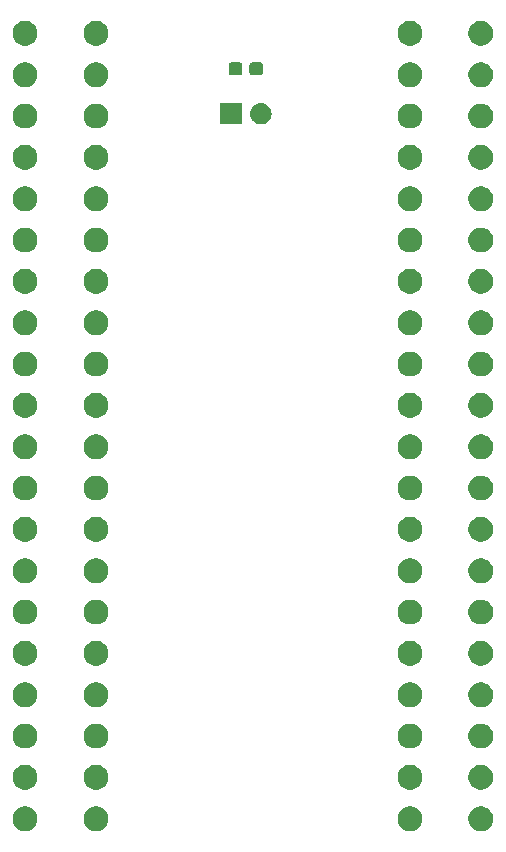
<source format=gbr>
G04 #@! TF.GenerationSoftware,KiCad,Pcbnew,(5.1.4)-1*
G04 #@! TF.CreationDate,2019-10-26T02:36:02-04:00*
G04 #@! TF.ProjectId,Star CAN Board,53746172-2043-4414-9e20-426f6172642e,rev?*
G04 #@! TF.SameCoordinates,Original*
G04 #@! TF.FileFunction,Soldermask,Top*
G04 #@! TF.FilePolarity,Negative*
%FSLAX46Y46*%
G04 Gerber Fmt 4.6, Leading zero omitted, Abs format (unit mm)*
G04 Created by KiCad (PCBNEW (5.1.4)-1) date 2019-10-26 02:36:02*
%MOMM*%
%LPD*%
G04 APERTURE LIST*
%ADD10C,0.100000*%
G04 APERTURE END LIST*
D10*
G36*
X150086564Y-139959389D02*
G01*
X150277833Y-140038615D01*
X150277835Y-140038616D01*
X150449973Y-140153635D01*
X150596365Y-140300027D01*
X150711385Y-140472167D01*
X150790611Y-140663436D01*
X150831000Y-140866484D01*
X150831000Y-141073516D01*
X150790611Y-141276564D01*
X150711385Y-141467833D01*
X150711384Y-141467835D01*
X150596365Y-141639973D01*
X150449973Y-141786365D01*
X150277835Y-141901384D01*
X150277834Y-141901385D01*
X150277833Y-141901385D01*
X150086564Y-141980611D01*
X149883516Y-142021000D01*
X149676484Y-142021000D01*
X149473436Y-141980611D01*
X149282167Y-141901385D01*
X149282166Y-141901385D01*
X149282165Y-141901384D01*
X149110027Y-141786365D01*
X148963635Y-141639973D01*
X148848616Y-141467835D01*
X148848615Y-141467833D01*
X148769389Y-141276564D01*
X148729000Y-141073516D01*
X148729000Y-140866484D01*
X148769389Y-140663436D01*
X148848615Y-140472167D01*
X148963635Y-140300027D01*
X149110027Y-140153635D01*
X149282165Y-140038616D01*
X149282167Y-140038615D01*
X149473436Y-139959389D01*
X149676484Y-139919000D01*
X149883516Y-139919000D01*
X150086564Y-139959389D01*
X150086564Y-139959389D01*
G37*
G36*
X156086564Y-139959389D02*
G01*
X156277833Y-140038615D01*
X156277835Y-140038616D01*
X156449973Y-140153635D01*
X156596365Y-140300027D01*
X156711385Y-140472167D01*
X156790611Y-140663436D01*
X156831000Y-140866484D01*
X156831000Y-141073516D01*
X156790611Y-141276564D01*
X156711385Y-141467833D01*
X156711384Y-141467835D01*
X156596365Y-141639973D01*
X156449973Y-141786365D01*
X156277835Y-141901384D01*
X156277834Y-141901385D01*
X156277833Y-141901385D01*
X156086564Y-141980611D01*
X155883516Y-142021000D01*
X155676484Y-142021000D01*
X155473436Y-141980611D01*
X155282167Y-141901385D01*
X155282166Y-141901385D01*
X155282165Y-141901384D01*
X155110027Y-141786365D01*
X154963635Y-141639973D01*
X154848616Y-141467835D01*
X154848615Y-141467833D01*
X154769389Y-141276564D01*
X154729000Y-141073516D01*
X154729000Y-140866484D01*
X154769389Y-140663436D01*
X154848615Y-140472167D01*
X154963635Y-140300027D01*
X155110027Y-140153635D01*
X155282165Y-140038616D01*
X155282167Y-140038615D01*
X155473436Y-139959389D01*
X155676484Y-139919000D01*
X155883516Y-139919000D01*
X156086564Y-139959389D01*
X156086564Y-139959389D01*
G37*
G36*
X117496564Y-139959389D02*
G01*
X117687833Y-140038615D01*
X117687835Y-140038616D01*
X117859973Y-140153635D01*
X118006365Y-140300027D01*
X118121385Y-140472167D01*
X118200611Y-140663436D01*
X118241000Y-140866484D01*
X118241000Y-141073516D01*
X118200611Y-141276564D01*
X118121385Y-141467833D01*
X118121384Y-141467835D01*
X118006365Y-141639973D01*
X117859973Y-141786365D01*
X117687835Y-141901384D01*
X117687834Y-141901385D01*
X117687833Y-141901385D01*
X117496564Y-141980611D01*
X117293516Y-142021000D01*
X117086484Y-142021000D01*
X116883436Y-141980611D01*
X116692167Y-141901385D01*
X116692166Y-141901385D01*
X116692165Y-141901384D01*
X116520027Y-141786365D01*
X116373635Y-141639973D01*
X116258616Y-141467835D01*
X116258615Y-141467833D01*
X116179389Y-141276564D01*
X116139000Y-141073516D01*
X116139000Y-140866484D01*
X116179389Y-140663436D01*
X116258615Y-140472167D01*
X116373635Y-140300027D01*
X116520027Y-140153635D01*
X116692165Y-140038616D01*
X116692167Y-140038615D01*
X116883436Y-139959389D01*
X117086484Y-139919000D01*
X117293516Y-139919000D01*
X117496564Y-139959389D01*
X117496564Y-139959389D01*
G37*
G36*
X123496564Y-139959389D02*
G01*
X123687833Y-140038615D01*
X123687835Y-140038616D01*
X123859973Y-140153635D01*
X124006365Y-140300027D01*
X124121385Y-140472167D01*
X124200611Y-140663436D01*
X124241000Y-140866484D01*
X124241000Y-141073516D01*
X124200611Y-141276564D01*
X124121385Y-141467833D01*
X124121384Y-141467835D01*
X124006365Y-141639973D01*
X123859973Y-141786365D01*
X123687835Y-141901384D01*
X123687834Y-141901385D01*
X123687833Y-141901385D01*
X123496564Y-141980611D01*
X123293516Y-142021000D01*
X123086484Y-142021000D01*
X122883436Y-141980611D01*
X122692167Y-141901385D01*
X122692166Y-141901385D01*
X122692165Y-141901384D01*
X122520027Y-141786365D01*
X122373635Y-141639973D01*
X122258616Y-141467835D01*
X122258615Y-141467833D01*
X122179389Y-141276564D01*
X122139000Y-141073516D01*
X122139000Y-140866484D01*
X122179389Y-140663436D01*
X122258615Y-140472167D01*
X122373635Y-140300027D01*
X122520027Y-140153635D01*
X122692165Y-140038616D01*
X122692167Y-140038615D01*
X122883436Y-139959389D01*
X123086484Y-139919000D01*
X123293516Y-139919000D01*
X123496564Y-139959389D01*
X123496564Y-139959389D01*
G37*
G36*
X123496564Y-136459389D02*
G01*
X123687833Y-136538615D01*
X123687835Y-136538616D01*
X123859973Y-136653635D01*
X124006365Y-136800027D01*
X124121385Y-136972167D01*
X124200611Y-137163436D01*
X124241000Y-137366484D01*
X124241000Y-137573516D01*
X124200611Y-137776564D01*
X124121385Y-137967833D01*
X124121384Y-137967835D01*
X124006365Y-138139973D01*
X123859973Y-138286365D01*
X123687835Y-138401384D01*
X123687834Y-138401385D01*
X123687833Y-138401385D01*
X123496564Y-138480611D01*
X123293516Y-138521000D01*
X123086484Y-138521000D01*
X122883436Y-138480611D01*
X122692167Y-138401385D01*
X122692166Y-138401385D01*
X122692165Y-138401384D01*
X122520027Y-138286365D01*
X122373635Y-138139973D01*
X122258616Y-137967835D01*
X122258615Y-137967833D01*
X122179389Y-137776564D01*
X122139000Y-137573516D01*
X122139000Y-137366484D01*
X122179389Y-137163436D01*
X122258615Y-136972167D01*
X122373635Y-136800027D01*
X122520027Y-136653635D01*
X122692165Y-136538616D01*
X122692167Y-136538615D01*
X122883436Y-136459389D01*
X123086484Y-136419000D01*
X123293516Y-136419000D01*
X123496564Y-136459389D01*
X123496564Y-136459389D01*
G37*
G36*
X156086564Y-136459389D02*
G01*
X156277833Y-136538615D01*
X156277835Y-136538616D01*
X156449973Y-136653635D01*
X156596365Y-136800027D01*
X156711385Y-136972167D01*
X156790611Y-137163436D01*
X156831000Y-137366484D01*
X156831000Y-137573516D01*
X156790611Y-137776564D01*
X156711385Y-137967833D01*
X156711384Y-137967835D01*
X156596365Y-138139973D01*
X156449973Y-138286365D01*
X156277835Y-138401384D01*
X156277834Y-138401385D01*
X156277833Y-138401385D01*
X156086564Y-138480611D01*
X155883516Y-138521000D01*
X155676484Y-138521000D01*
X155473436Y-138480611D01*
X155282167Y-138401385D01*
X155282166Y-138401385D01*
X155282165Y-138401384D01*
X155110027Y-138286365D01*
X154963635Y-138139973D01*
X154848616Y-137967835D01*
X154848615Y-137967833D01*
X154769389Y-137776564D01*
X154729000Y-137573516D01*
X154729000Y-137366484D01*
X154769389Y-137163436D01*
X154848615Y-136972167D01*
X154963635Y-136800027D01*
X155110027Y-136653635D01*
X155282165Y-136538616D01*
X155282167Y-136538615D01*
X155473436Y-136459389D01*
X155676484Y-136419000D01*
X155883516Y-136419000D01*
X156086564Y-136459389D01*
X156086564Y-136459389D01*
G37*
G36*
X117496564Y-136459389D02*
G01*
X117687833Y-136538615D01*
X117687835Y-136538616D01*
X117859973Y-136653635D01*
X118006365Y-136800027D01*
X118121385Y-136972167D01*
X118200611Y-137163436D01*
X118241000Y-137366484D01*
X118241000Y-137573516D01*
X118200611Y-137776564D01*
X118121385Y-137967833D01*
X118121384Y-137967835D01*
X118006365Y-138139973D01*
X117859973Y-138286365D01*
X117687835Y-138401384D01*
X117687834Y-138401385D01*
X117687833Y-138401385D01*
X117496564Y-138480611D01*
X117293516Y-138521000D01*
X117086484Y-138521000D01*
X116883436Y-138480611D01*
X116692167Y-138401385D01*
X116692166Y-138401385D01*
X116692165Y-138401384D01*
X116520027Y-138286365D01*
X116373635Y-138139973D01*
X116258616Y-137967835D01*
X116258615Y-137967833D01*
X116179389Y-137776564D01*
X116139000Y-137573516D01*
X116139000Y-137366484D01*
X116179389Y-137163436D01*
X116258615Y-136972167D01*
X116373635Y-136800027D01*
X116520027Y-136653635D01*
X116692165Y-136538616D01*
X116692167Y-136538615D01*
X116883436Y-136459389D01*
X117086484Y-136419000D01*
X117293516Y-136419000D01*
X117496564Y-136459389D01*
X117496564Y-136459389D01*
G37*
G36*
X150086564Y-136459389D02*
G01*
X150277833Y-136538615D01*
X150277835Y-136538616D01*
X150449973Y-136653635D01*
X150596365Y-136800027D01*
X150711385Y-136972167D01*
X150790611Y-137163436D01*
X150831000Y-137366484D01*
X150831000Y-137573516D01*
X150790611Y-137776564D01*
X150711385Y-137967833D01*
X150711384Y-137967835D01*
X150596365Y-138139973D01*
X150449973Y-138286365D01*
X150277835Y-138401384D01*
X150277834Y-138401385D01*
X150277833Y-138401385D01*
X150086564Y-138480611D01*
X149883516Y-138521000D01*
X149676484Y-138521000D01*
X149473436Y-138480611D01*
X149282167Y-138401385D01*
X149282166Y-138401385D01*
X149282165Y-138401384D01*
X149110027Y-138286365D01*
X148963635Y-138139973D01*
X148848616Y-137967835D01*
X148848615Y-137967833D01*
X148769389Y-137776564D01*
X148729000Y-137573516D01*
X148729000Y-137366484D01*
X148769389Y-137163436D01*
X148848615Y-136972167D01*
X148963635Y-136800027D01*
X149110027Y-136653635D01*
X149282165Y-136538616D01*
X149282167Y-136538615D01*
X149473436Y-136459389D01*
X149676484Y-136419000D01*
X149883516Y-136419000D01*
X150086564Y-136459389D01*
X150086564Y-136459389D01*
G37*
G36*
X156086564Y-132959389D02*
G01*
X156277833Y-133038615D01*
X156277835Y-133038616D01*
X156449973Y-133153635D01*
X156596365Y-133300027D01*
X156711385Y-133472167D01*
X156790611Y-133663436D01*
X156831000Y-133866484D01*
X156831000Y-134073516D01*
X156790611Y-134276564D01*
X156711385Y-134467833D01*
X156711384Y-134467835D01*
X156596365Y-134639973D01*
X156449973Y-134786365D01*
X156277835Y-134901384D01*
X156277834Y-134901385D01*
X156277833Y-134901385D01*
X156086564Y-134980611D01*
X155883516Y-135021000D01*
X155676484Y-135021000D01*
X155473436Y-134980611D01*
X155282167Y-134901385D01*
X155282166Y-134901385D01*
X155282165Y-134901384D01*
X155110027Y-134786365D01*
X154963635Y-134639973D01*
X154848616Y-134467835D01*
X154848615Y-134467833D01*
X154769389Y-134276564D01*
X154729000Y-134073516D01*
X154729000Y-133866484D01*
X154769389Y-133663436D01*
X154848615Y-133472167D01*
X154963635Y-133300027D01*
X155110027Y-133153635D01*
X155282165Y-133038616D01*
X155282167Y-133038615D01*
X155473436Y-132959389D01*
X155676484Y-132919000D01*
X155883516Y-132919000D01*
X156086564Y-132959389D01*
X156086564Y-132959389D01*
G37*
G36*
X150086564Y-132959389D02*
G01*
X150277833Y-133038615D01*
X150277835Y-133038616D01*
X150449973Y-133153635D01*
X150596365Y-133300027D01*
X150711385Y-133472167D01*
X150790611Y-133663436D01*
X150831000Y-133866484D01*
X150831000Y-134073516D01*
X150790611Y-134276564D01*
X150711385Y-134467833D01*
X150711384Y-134467835D01*
X150596365Y-134639973D01*
X150449973Y-134786365D01*
X150277835Y-134901384D01*
X150277834Y-134901385D01*
X150277833Y-134901385D01*
X150086564Y-134980611D01*
X149883516Y-135021000D01*
X149676484Y-135021000D01*
X149473436Y-134980611D01*
X149282167Y-134901385D01*
X149282166Y-134901385D01*
X149282165Y-134901384D01*
X149110027Y-134786365D01*
X148963635Y-134639973D01*
X148848616Y-134467835D01*
X148848615Y-134467833D01*
X148769389Y-134276564D01*
X148729000Y-134073516D01*
X148729000Y-133866484D01*
X148769389Y-133663436D01*
X148848615Y-133472167D01*
X148963635Y-133300027D01*
X149110027Y-133153635D01*
X149282165Y-133038616D01*
X149282167Y-133038615D01*
X149473436Y-132959389D01*
X149676484Y-132919000D01*
X149883516Y-132919000D01*
X150086564Y-132959389D01*
X150086564Y-132959389D01*
G37*
G36*
X123496564Y-132959389D02*
G01*
X123687833Y-133038615D01*
X123687835Y-133038616D01*
X123859973Y-133153635D01*
X124006365Y-133300027D01*
X124121385Y-133472167D01*
X124200611Y-133663436D01*
X124241000Y-133866484D01*
X124241000Y-134073516D01*
X124200611Y-134276564D01*
X124121385Y-134467833D01*
X124121384Y-134467835D01*
X124006365Y-134639973D01*
X123859973Y-134786365D01*
X123687835Y-134901384D01*
X123687834Y-134901385D01*
X123687833Y-134901385D01*
X123496564Y-134980611D01*
X123293516Y-135021000D01*
X123086484Y-135021000D01*
X122883436Y-134980611D01*
X122692167Y-134901385D01*
X122692166Y-134901385D01*
X122692165Y-134901384D01*
X122520027Y-134786365D01*
X122373635Y-134639973D01*
X122258616Y-134467835D01*
X122258615Y-134467833D01*
X122179389Y-134276564D01*
X122139000Y-134073516D01*
X122139000Y-133866484D01*
X122179389Y-133663436D01*
X122258615Y-133472167D01*
X122373635Y-133300027D01*
X122520027Y-133153635D01*
X122692165Y-133038616D01*
X122692167Y-133038615D01*
X122883436Y-132959389D01*
X123086484Y-132919000D01*
X123293516Y-132919000D01*
X123496564Y-132959389D01*
X123496564Y-132959389D01*
G37*
G36*
X117496564Y-132959389D02*
G01*
X117687833Y-133038615D01*
X117687835Y-133038616D01*
X117859973Y-133153635D01*
X118006365Y-133300027D01*
X118121385Y-133472167D01*
X118200611Y-133663436D01*
X118241000Y-133866484D01*
X118241000Y-134073516D01*
X118200611Y-134276564D01*
X118121385Y-134467833D01*
X118121384Y-134467835D01*
X118006365Y-134639973D01*
X117859973Y-134786365D01*
X117687835Y-134901384D01*
X117687834Y-134901385D01*
X117687833Y-134901385D01*
X117496564Y-134980611D01*
X117293516Y-135021000D01*
X117086484Y-135021000D01*
X116883436Y-134980611D01*
X116692167Y-134901385D01*
X116692166Y-134901385D01*
X116692165Y-134901384D01*
X116520027Y-134786365D01*
X116373635Y-134639973D01*
X116258616Y-134467835D01*
X116258615Y-134467833D01*
X116179389Y-134276564D01*
X116139000Y-134073516D01*
X116139000Y-133866484D01*
X116179389Y-133663436D01*
X116258615Y-133472167D01*
X116373635Y-133300027D01*
X116520027Y-133153635D01*
X116692165Y-133038616D01*
X116692167Y-133038615D01*
X116883436Y-132959389D01*
X117086484Y-132919000D01*
X117293516Y-132919000D01*
X117496564Y-132959389D01*
X117496564Y-132959389D01*
G37*
G36*
X117496564Y-129459389D02*
G01*
X117687833Y-129538615D01*
X117687835Y-129538616D01*
X117859973Y-129653635D01*
X118006365Y-129800027D01*
X118121385Y-129972167D01*
X118200611Y-130163436D01*
X118241000Y-130366484D01*
X118241000Y-130573516D01*
X118200611Y-130776564D01*
X118121385Y-130967833D01*
X118121384Y-130967835D01*
X118006365Y-131139973D01*
X117859973Y-131286365D01*
X117687835Y-131401384D01*
X117687834Y-131401385D01*
X117687833Y-131401385D01*
X117496564Y-131480611D01*
X117293516Y-131521000D01*
X117086484Y-131521000D01*
X116883436Y-131480611D01*
X116692167Y-131401385D01*
X116692166Y-131401385D01*
X116692165Y-131401384D01*
X116520027Y-131286365D01*
X116373635Y-131139973D01*
X116258616Y-130967835D01*
X116258615Y-130967833D01*
X116179389Y-130776564D01*
X116139000Y-130573516D01*
X116139000Y-130366484D01*
X116179389Y-130163436D01*
X116258615Y-129972167D01*
X116373635Y-129800027D01*
X116520027Y-129653635D01*
X116692165Y-129538616D01*
X116692167Y-129538615D01*
X116883436Y-129459389D01*
X117086484Y-129419000D01*
X117293516Y-129419000D01*
X117496564Y-129459389D01*
X117496564Y-129459389D01*
G37*
G36*
X123496564Y-129459389D02*
G01*
X123687833Y-129538615D01*
X123687835Y-129538616D01*
X123859973Y-129653635D01*
X124006365Y-129800027D01*
X124121385Y-129972167D01*
X124200611Y-130163436D01*
X124241000Y-130366484D01*
X124241000Y-130573516D01*
X124200611Y-130776564D01*
X124121385Y-130967833D01*
X124121384Y-130967835D01*
X124006365Y-131139973D01*
X123859973Y-131286365D01*
X123687835Y-131401384D01*
X123687834Y-131401385D01*
X123687833Y-131401385D01*
X123496564Y-131480611D01*
X123293516Y-131521000D01*
X123086484Y-131521000D01*
X122883436Y-131480611D01*
X122692167Y-131401385D01*
X122692166Y-131401385D01*
X122692165Y-131401384D01*
X122520027Y-131286365D01*
X122373635Y-131139973D01*
X122258616Y-130967835D01*
X122258615Y-130967833D01*
X122179389Y-130776564D01*
X122139000Y-130573516D01*
X122139000Y-130366484D01*
X122179389Y-130163436D01*
X122258615Y-129972167D01*
X122373635Y-129800027D01*
X122520027Y-129653635D01*
X122692165Y-129538616D01*
X122692167Y-129538615D01*
X122883436Y-129459389D01*
X123086484Y-129419000D01*
X123293516Y-129419000D01*
X123496564Y-129459389D01*
X123496564Y-129459389D01*
G37*
G36*
X150086564Y-129459389D02*
G01*
X150277833Y-129538615D01*
X150277835Y-129538616D01*
X150449973Y-129653635D01*
X150596365Y-129800027D01*
X150711385Y-129972167D01*
X150790611Y-130163436D01*
X150831000Y-130366484D01*
X150831000Y-130573516D01*
X150790611Y-130776564D01*
X150711385Y-130967833D01*
X150711384Y-130967835D01*
X150596365Y-131139973D01*
X150449973Y-131286365D01*
X150277835Y-131401384D01*
X150277834Y-131401385D01*
X150277833Y-131401385D01*
X150086564Y-131480611D01*
X149883516Y-131521000D01*
X149676484Y-131521000D01*
X149473436Y-131480611D01*
X149282167Y-131401385D01*
X149282166Y-131401385D01*
X149282165Y-131401384D01*
X149110027Y-131286365D01*
X148963635Y-131139973D01*
X148848616Y-130967835D01*
X148848615Y-130967833D01*
X148769389Y-130776564D01*
X148729000Y-130573516D01*
X148729000Y-130366484D01*
X148769389Y-130163436D01*
X148848615Y-129972167D01*
X148963635Y-129800027D01*
X149110027Y-129653635D01*
X149282165Y-129538616D01*
X149282167Y-129538615D01*
X149473436Y-129459389D01*
X149676484Y-129419000D01*
X149883516Y-129419000D01*
X150086564Y-129459389D01*
X150086564Y-129459389D01*
G37*
G36*
X156086564Y-129459389D02*
G01*
X156277833Y-129538615D01*
X156277835Y-129538616D01*
X156449973Y-129653635D01*
X156596365Y-129800027D01*
X156711385Y-129972167D01*
X156790611Y-130163436D01*
X156831000Y-130366484D01*
X156831000Y-130573516D01*
X156790611Y-130776564D01*
X156711385Y-130967833D01*
X156711384Y-130967835D01*
X156596365Y-131139973D01*
X156449973Y-131286365D01*
X156277835Y-131401384D01*
X156277834Y-131401385D01*
X156277833Y-131401385D01*
X156086564Y-131480611D01*
X155883516Y-131521000D01*
X155676484Y-131521000D01*
X155473436Y-131480611D01*
X155282167Y-131401385D01*
X155282166Y-131401385D01*
X155282165Y-131401384D01*
X155110027Y-131286365D01*
X154963635Y-131139973D01*
X154848616Y-130967835D01*
X154848615Y-130967833D01*
X154769389Y-130776564D01*
X154729000Y-130573516D01*
X154729000Y-130366484D01*
X154769389Y-130163436D01*
X154848615Y-129972167D01*
X154963635Y-129800027D01*
X155110027Y-129653635D01*
X155282165Y-129538616D01*
X155282167Y-129538615D01*
X155473436Y-129459389D01*
X155676484Y-129419000D01*
X155883516Y-129419000D01*
X156086564Y-129459389D01*
X156086564Y-129459389D01*
G37*
G36*
X150086564Y-125959389D02*
G01*
X150277833Y-126038615D01*
X150277835Y-126038616D01*
X150449973Y-126153635D01*
X150596365Y-126300027D01*
X150711385Y-126472167D01*
X150790611Y-126663436D01*
X150831000Y-126866484D01*
X150831000Y-127073516D01*
X150790611Y-127276564D01*
X150711385Y-127467833D01*
X150711384Y-127467835D01*
X150596365Y-127639973D01*
X150449973Y-127786365D01*
X150277835Y-127901384D01*
X150277834Y-127901385D01*
X150277833Y-127901385D01*
X150086564Y-127980611D01*
X149883516Y-128021000D01*
X149676484Y-128021000D01*
X149473436Y-127980611D01*
X149282167Y-127901385D01*
X149282166Y-127901385D01*
X149282165Y-127901384D01*
X149110027Y-127786365D01*
X148963635Y-127639973D01*
X148848616Y-127467835D01*
X148848615Y-127467833D01*
X148769389Y-127276564D01*
X148729000Y-127073516D01*
X148729000Y-126866484D01*
X148769389Y-126663436D01*
X148848615Y-126472167D01*
X148963635Y-126300027D01*
X149110027Y-126153635D01*
X149282165Y-126038616D01*
X149282167Y-126038615D01*
X149473436Y-125959389D01*
X149676484Y-125919000D01*
X149883516Y-125919000D01*
X150086564Y-125959389D01*
X150086564Y-125959389D01*
G37*
G36*
X117496564Y-125959389D02*
G01*
X117687833Y-126038615D01*
X117687835Y-126038616D01*
X117859973Y-126153635D01*
X118006365Y-126300027D01*
X118121385Y-126472167D01*
X118200611Y-126663436D01*
X118241000Y-126866484D01*
X118241000Y-127073516D01*
X118200611Y-127276564D01*
X118121385Y-127467833D01*
X118121384Y-127467835D01*
X118006365Y-127639973D01*
X117859973Y-127786365D01*
X117687835Y-127901384D01*
X117687834Y-127901385D01*
X117687833Y-127901385D01*
X117496564Y-127980611D01*
X117293516Y-128021000D01*
X117086484Y-128021000D01*
X116883436Y-127980611D01*
X116692167Y-127901385D01*
X116692166Y-127901385D01*
X116692165Y-127901384D01*
X116520027Y-127786365D01*
X116373635Y-127639973D01*
X116258616Y-127467835D01*
X116258615Y-127467833D01*
X116179389Y-127276564D01*
X116139000Y-127073516D01*
X116139000Y-126866484D01*
X116179389Y-126663436D01*
X116258615Y-126472167D01*
X116373635Y-126300027D01*
X116520027Y-126153635D01*
X116692165Y-126038616D01*
X116692167Y-126038615D01*
X116883436Y-125959389D01*
X117086484Y-125919000D01*
X117293516Y-125919000D01*
X117496564Y-125959389D01*
X117496564Y-125959389D01*
G37*
G36*
X156086564Y-125959389D02*
G01*
X156277833Y-126038615D01*
X156277835Y-126038616D01*
X156449973Y-126153635D01*
X156596365Y-126300027D01*
X156711385Y-126472167D01*
X156790611Y-126663436D01*
X156831000Y-126866484D01*
X156831000Y-127073516D01*
X156790611Y-127276564D01*
X156711385Y-127467833D01*
X156711384Y-127467835D01*
X156596365Y-127639973D01*
X156449973Y-127786365D01*
X156277835Y-127901384D01*
X156277834Y-127901385D01*
X156277833Y-127901385D01*
X156086564Y-127980611D01*
X155883516Y-128021000D01*
X155676484Y-128021000D01*
X155473436Y-127980611D01*
X155282167Y-127901385D01*
X155282166Y-127901385D01*
X155282165Y-127901384D01*
X155110027Y-127786365D01*
X154963635Y-127639973D01*
X154848616Y-127467835D01*
X154848615Y-127467833D01*
X154769389Y-127276564D01*
X154729000Y-127073516D01*
X154729000Y-126866484D01*
X154769389Y-126663436D01*
X154848615Y-126472167D01*
X154963635Y-126300027D01*
X155110027Y-126153635D01*
X155282165Y-126038616D01*
X155282167Y-126038615D01*
X155473436Y-125959389D01*
X155676484Y-125919000D01*
X155883516Y-125919000D01*
X156086564Y-125959389D01*
X156086564Y-125959389D01*
G37*
G36*
X123496564Y-125959389D02*
G01*
X123687833Y-126038615D01*
X123687835Y-126038616D01*
X123859973Y-126153635D01*
X124006365Y-126300027D01*
X124121385Y-126472167D01*
X124200611Y-126663436D01*
X124241000Y-126866484D01*
X124241000Y-127073516D01*
X124200611Y-127276564D01*
X124121385Y-127467833D01*
X124121384Y-127467835D01*
X124006365Y-127639973D01*
X123859973Y-127786365D01*
X123687835Y-127901384D01*
X123687834Y-127901385D01*
X123687833Y-127901385D01*
X123496564Y-127980611D01*
X123293516Y-128021000D01*
X123086484Y-128021000D01*
X122883436Y-127980611D01*
X122692167Y-127901385D01*
X122692166Y-127901385D01*
X122692165Y-127901384D01*
X122520027Y-127786365D01*
X122373635Y-127639973D01*
X122258616Y-127467835D01*
X122258615Y-127467833D01*
X122179389Y-127276564D01*
X122139000Y-127073516D01*
X122139000Y-126866484D01*
X122179389Y-126663436D01*
X122258615Y-126472167D01*
X122373635Y-126300027D01*
X122520027Y-126153635D01*
X122692165Y-126038616D01*
X122692167Y-126038615D01*
X122883436Y-125959389D01*
X123086484Y-125919000D01*
X123293516Y-125919000D01*
X123496564Y-125959389D01*
X123496564Y-125959389D01*
G37*
G36*
X150086564Y-122459389D02*
G01*
X150277833Y-122538615D01*
X150277835Y-122538616D01*
X150449973Y-122653635D01*
X150596365Y-122800027D01*
X150711385Y-122972167D01*
X150790611Y-123163436D01*
X150831000Y-123366484D01*
X150831000Y-123573516D01*
X150790611Y-123776564D01*
X150711385Y-123967833D01*
X150711384Y-123967835D01*
X150596365Y-124139973D01*
X150449973Y-124286365D01*
X150277835Y-124401384D01*
X150277834Y-124401385D01*
X150277833Y-124401385D01*
X150086564Y-124480611D01*
X149883516Y-124521000D01*
X149676484Y-124521000D01*
X149473436Y-124480611D01*
X149282167Y-124401385D01*
X149282166Y-124401385D01*
X149282165Y-124401384D01*
X149110027Y-124286365D01*
X148963635Y-124139973D01*
X148848616Y-123967835D01*
X148848615Y-123967833D01*
X148769389Y-123776564D01*
X148729000Y-123573516D01*
X148729000Y-123366484D01*
X148769389Y-123163436D01*
X148848615Y-122972167D01*
X148963635Y-122800027D01*
X149110027Y-122653635D01*
X149282165Y-122538616D01*
X149282167Y-122538615D01*
X149473436Y-122459389D01*
X149676484Y-122419000D01*
X149883516Y-122419000D01*
X150086564Y-122459389D01*
X150086564Y-122459389D01*
G37*
G36*
X123496564Y-122459389D02*
G01*
X123687833Y-122538615D01*
X123687835Y-122538616D01*
X123859973Y-122653635D01*
X124006365Y-122800027D01*
X124121385Y-122972167D01*
X124200611Y-123163436D01*
X124241000Y-123366484D01*
X124241000Y-123573516D01*
X124200611Y-123776564D01*
X124121385Y-123967833D01*
X124121384Y-123967835D01*
X124006365Y-124139973D01*
X123859973Y-124286365D01*
X123687835Y-124401384D01*
X123687834Y-124401385D01*
X123687833Y-124401385D01*
X123496564Y-124480611D01*
X123293516Y-124521000D01*
X123086484Y-124521000D01*
X122883436Y-124480611D01*
X122692167Y-124401385D01*
X122692166Y-124401385D01*
X122692165Y-124401384D01*
X122520027Y-124286365D01*
X122373635Y-124139973D01*
X122258616Y-123967835D01*
X122258615Y-123967833D01*
X122179389Y-123776564D01*
X122139000Y-123573516D01*
X122139000Y-123366484D01*
X122179389Y-123163436D01*
X122258615Y-122972167D01*
X122373635Y-122800027D01*
X122520027Y-122653635D01*
X122692165Y-122538616D01*
X122692167Y-122538615D01*
X122883436Y-122459389D01*
X123086484Y-122419000D01*
X123293516Y-122419000D01*
X123496564Y-122459389D01*
X123496564Y-122459389D01*
G37*
G36*
X117496564Y-122459389D02*
G01*
X117687833Y-122538615D01*
X117687835Y-122538616D01*
X117859973Y-122653635D01*
X118006365Y-122800027D01*
X118121385Y-122972167D01*
X118200611Y-123163436D01*
X118241000Y-123366484D01*
X118241000Y-123573516D01*
X118200611Y-123776564D01*
X118121385Y-123967833D01*
X118121384Y-123967835D01*
X118006365Y-124139973D01*
X117859973Y-124286365D01*
X117687835Y-124401384D01*
X117687834Y-124401385D01*
X117687833Y-124401385D01*
X117496564Y-124480611D01*
X117293516Y-124521000D01*
X117086484Y-124521000D01*
X116883436Y-124480611D01*
X116692167Y-124401385D01*
X116692166Y-124401385D01*
X116692165Y-124401384D01*
X116520027Y-124286365D01*
X116373635Y-124139973D01*
X116258616Y-123967835D01*
X116258615Y-123967833D01*
X116179389Y-123776564D01*
X116139000Y-123573516D01*
X116139000Y-123366484D01*
X116179389Y-123163436D01*
X116258615Y-122972167D01*
X116373635Y-122800027D01*
X116520027Y-122653635D01*
X116692165Y-122538616D01*
X116692167Y-122538615D01*
X116883436Y-122459389D01*
X117086484Y-122419000D01*
X117293516Y-122419000D01*
X117496564Y-122459389D01*
X117496564Y-122459389D01*
G37*
G36*
X156086564Y-122459389D02*
G01*
X156277833Y-122538615D01*
X156277835Y-122538616D01*
X156449973Y-122653635D01*
X156596365Y-122800027D01*
X156711385Y-122972167D01*
X156790611Y-123163436D01*
X156831000Y-123366484D01*
X156831000Y-123573516D01*
X156790611Y-123776564D01*
X156711385Y-123967833D01*
X156711384Y-123967835D01*
X156596365Y-124139973D01*
X156449973Y-124286365D01*
X156277835Y-124401384D01*
X156277834Y-124401385D01*
X156277833Y-124401385D01*
X156086564Y-124480611D01*
X155883516Y-124521000D01*
X155676484Y-124521000D01*
X155473436Y-124480611D01*
X155282167Y-124401385D01*
X155282166Y-124401385D01*
X155282165Y-124401384D01*
X155110027Y-124286365D01*
X154963635Y-124139973D01*
X154848616Y-123967835D01*
X154848615Y-123967833D01*
X154769389Y-123776564D01*
X154729000Y-123573516D01*
X154729000Y-123366484D01*
X154769389Y-123163436D01*
X154848615Y-122972167D01*
X154963635Y-122800027D01*
X155110027Y-122653635D01*
X155282165Y-122538616D01*
X155282167Y-122538615D01*
X155473436Y-122459389D01*
X155676484Y-122419000D01*
X155883516Y-122419000D01*
X156086564Y-122459389D01*
X156086564Y-122459389D01*
G37*
G36*
X117496564Y-118959389D02*
G01*
X117687833Y-119038615D01*
X117687835Y-119038616D01*
X117859973Y-119153635D01*
X118006365Y-119300027D01*
X118121385Y-119472167D01*
X118200611Y-119663436D01*
X118241000Y-119866484D01*
X118241000Y-120073516D01*
X118200611Y-120276564D01*
X118121385Y-120467833D01*
X118121384Y-120467835D01*
X118006365Y-120639973D01*
X117859973Y-120786365D01*
X117687835Y-120901384D01*
X117687834Y-120901385D01*
X117687833Y-120901385D01*
X117496564Y-120980611D01*
X117293516Y-121021000D01*
X117086484Y-121021000D01*
X116883436Y-120980611D01*
X116692167Y-120901385D01*
X116692166Y-120901385D01*
X116692165Y-120901384D01*
X116520027Y-120786365D01*
X116373635Y-120639973D01*
X116258616Y-120467835D01*
X116258615Y-120467833D01*
X116179389Y-120276564D01*
X116139000Y-120073516D01*
X116139000Y-119866484D01*
X116179389Y-119663436D01*
X116258615Y-119472167D01*
X116373635Y-119300027D01*
X116520027Y-119153635D01*
X116692165Y-119038616D01*
X116692167Y-119038615D01*
X116883436Y-118959389D01*
X117086484Y-118919000D01*
X117293516Y-118919000D01*
X117496564Y-118959389D01*
X117496564Y-118959389D01*
G37*
G36*
X150086564Y-118959389D02*
G01*
X150277833Y-119038615D01*
X150277835Y-119038616D01*
X150449973Y-119153635D01*
X150596365Y-119300027D01*
X150711385Y-119472167D01*
X150790611Y-119663436D01*
X150831000Y-119866484D01*
X150831000Y-120073516D01*
X150790611Y-120276564D01*
X150711385Y-120467833D01*
X150711384Y-120467835D01*
X150596365Y-120639973D01*
X150449973Y-120786365D01*
X150277835Y-120901384D01*
X150277834Y-120901385D01*
X150277833Y-120901385D01*
X150086564Y-120980611D01*
X149883516Y-121021000D01*
X149676484Y-121021000D01*
X149473436Y-120980611D01*
X149282167Y-120901385D01*
X149282166Y-120901385D01*
X149282165Y-120901384D01*
X149110027Y-120786365D01*
X148963635Y-120639973D01*
X148848616Y-120467835D01*
X148848615Y-120467833D01*
X148769389Y-120276564D01*
X148729000Y-120073516D01*
X148729000Y-119866484D01*
X148769389Y-119663436D01*
X148848615Y-119472167D01*
X148963635Y-119300027D01*
X149110027Y-119153635D01*
X149282165Y-119038616D01*
X149282167Y-119038615D01*
X149473436Y-118959389D01*
X149676484Y-118919000D01*
X149883516Y-118919000D01*
X150086564Y-118959389D01*
X150086564Y-118959389D01*
G37*
G36*
X123496564Y-118959389D02*
G01*
X123687833Y-119038615D01*
X123687835Y-119038616D01*
X123859973Y-119153635D01*
X124006365Y-119300027D01*
X124121385Y-119472167D01*
X124200611Y-119663436D01*
X124241000Y-119866484D01*
X124241000Y-120073516D01*
X124200611Y-120276564D01*
X124121385Y-120467833D01*
X124121384Y-120467835D01*
X124006365Y-120639973D01*
X123859973Y-120786365D01*
X123687835Y-120901384D01*
X123687834Y-120901385D01*
X123687833Y-120901385D01*
X123496564Y-120980611D01*
X123293516Y-121021000D01*
X123086484Y-121021000D01*
X122883436Y-120980611D01*
X122692167Y-120901385D01*
X122692166Y-120901385D01*
X122692165Y-120901384D01*
X122520027Y-120786365D01*
X122373635Y-120639973D01*
X122258616Y-120467835D01*
X122258615Y-120467833D01*
X122179389Y-120276564D01*
X122139000Y-120073516D01*
X122139000Y-119866484D01*
X122179389Y-119663436D01*
X122258615Y-119472167D01*
X122373635Y-119300027D01*
X122520027Y-119153635D01*
X122692165Y-119038616D01*
X122692167Y-119038615D01*
X122883436Y-118959389D01*
X123086484Y-118919000D01*
X123293516Y-118919000D01*
X123496564Y-118959389D01*
X123496564Y-118959389D01*
G37*
G36*
X156086564Y-118959389D02*
G01*
X156277833Y-119038615D01*
X156277835Y-119038616D01*
X156449973Y-119153635D01*
X156596365Y-119300027D01*
X156711385Y-119472167D01*
X156790611Y-119663436D01*
X156831000Y-119866484D01*
X156831000Y-120073516D01*
X156790611Y-120276564D01*
X156711385Y-120467833D01*
X156711384Y-120467835D01*
X156596365Y-120639973D01*
X156449973Y-120786365D01*
X156277835Y-120901384D01*
X156277834Y-120901385D01*
X156277833Y-120901385D01*
X156086564Y-120980611D01*
X155883516Y-121021000D01*
X155676484Y-121021000D01*
X155473436Y-120980611D01*
X155282167Y-120901385D01*
X155282166Y-120901385D01*
X155282165Y-120901384D01*
X155110027Y-120786365D01*
X154963635Y-120639973D01*
X154848616Y-120467835D01*
X154848615Y-120467833D01*
X154769389Y-120276564D01*
X154729000Y-120073516D01*
X154729000Y-119866484D01*
X154769389Y-119663436D01*
X154848615Y-119472167D01*
X154963635Y-119300027D01*
X155110027Y-119153635D01*
X155282165Y-119038616D01*
X155282167Y-119038615D01*
X155473436Y-118959389D01*
X155676484Y-118919000D01*
X155883516Y-118919000D01*
X156086564Y-118959389D01*
X156086564Y-118959389D01*
G37*
G36*
X156086564Y-115459389D02*
G01*
X156277833Y-115538615D01*
X156277835Y-115538616D01*
X156449973Y-115653635D01*
X156596365Y-115800027D01*
X156711385Y-115972167D01*
X156790611Y-116163436D01*
X156831000Y-116366484D01*
X156831000Y-116573516D01*
X156790611Y-116776564D01*
X156711385Y-116967833D01*
X156711384Y-116967835D01*
X156596365Y-117139973D01*
X156449973Y-117286365D01*
X156277835Y-117401384D01*
X156277834Y-117401385D01*
X156277833Y-117401385D01*
X156086564Y-117480611D01*
X155883516Y-117521000D01*
X155676484Y-117521000D01*
X155473436Y-117480611D01*
X155282167Y-117401385D01*
X155282166Y-117401385D01*
X155282165Y-117401384D01*
X155110027Y-117286365D01*
X154963635Y-117139973D01*
X154848616Y-116967835D01*
X154848615Y-116967833D01*
X154769389Y-116776564D01*
X154729000Y-116573516D01*
X154729000Y-116366484D01*
X154769389Y-116163436D01*
X154848615Y-115972167D01*
X154963635Y-115800027D01*
X155110027Y-115653635D01*
X155282165Y-115538616D01*
X155282167Y-115538615D01*
X155473436Y-115459389D01*
X155676484Y-115419000D01*
X155883516Y-115419000D01*
X156086564Y-115459389D01*
X156086564Y-115459389D01*
G37*
G36*
X117496564Y-115459389D02*
G01*
X117687833Y-115538615D01*
X117687835Y-115538616D01*
X117859973Y-115653635D01*
X118006365Y-115800027D01*
X118121385Y-115972167D01*
X118200611Y-116163436D01*
X118241000Y-116366484D01*
X118241000Y-116573516D01*
X118200611Y-116776564D01*
X118121385Y-116967833D01*
X118121384Y-116967835D01*
X118006365Y-117139973D01*
X117859973Y-117286365D01*
X117687835Y-117401384D01*
X117687834Y-117401385D01*
X117687833Y-117401385D01*
X117496564Y-117480611D01*
X117293516Y-117521000D01*
X117086484Y-117521000D01*
X116883436Y-117480611D01*
X116692167Y-117401385D01*
X116692166Y-117401385D01*
X116692165Y-117401384D01*
X116520027Y-117286365D01*
X116373635Y-117139973D01*
X116258616Y-116967835D01*
X116258615Y-116967833D01*
X116179389Y-116776564D01*
X116139000Y-116573516D01*
X116139000Y-116366484D01*
X116179389Y-116163436D01*
X116258615Y-115972167D01*
X116373635Y-115800027D01*
X116520027Y-115653635D01*
X116692165Y-115538616D01*
X116692167Y-115538615D01*
X116883436Y-115459389D01*
X117086484Y-115419000D01*
X117293516Y-115419000D01*
X117496564Y-115459389D01*
X117496564Y-115459389D01*
G37*
G36*
X123496564Y-115459389D02*
G01*
X123687833Y-115538615D01*
X123687835Y-115538616D01*
X123859973Y-115653635D01*
X124006365Y-115800027D01*
X124121385Y-115972167D01*
X124200611Y-116163436D01*
X124241000Y-116366484D01*
X124241000Y-116573516D01*
X124200611Y-116776564D01*
X124121385Y-116967833D01*
X124121384Y-116967835D01*
X124006365Y-117139973D01*
X123859973Y-117286365D01*
X123687835Y-117401384D01*
X123687834Y-117401385D01*
X123687833Y-117401385D01*
X123496564Y-117480611D01*
X123293516Y-117521000D01*
X123086484Y-117521000D01*
X122883436Y-117480611D01*
X122692167Y-117401385D01*
X122692166Y-117401385D01*
X122692165Y-117401384D01*
X122520027Y-117286365D01*
X122373635Y-117139973D01*
X122258616Y-116967835D01*
X122258615Y-116967833D01*
X122179389Y-116776564D01*
X122139000Y-116573516D01*
X122139000Y-116366484D01*
X122179389Y-116163436D01*
X122258615Y-115972167D01*
X122373635Y-115800027D01*
X122520027Y-115653635D01*
X122692165Y-115538616D01*
X122692167Y-115538615D01*
X122883436Y-115459389D01*
X123086484Y-115419000D01*
X123293516Y-115419000D01*
X123496564Y-115459389D01*
X123496564Y-115459389D01*
G37*
G36*
X150086564Y-115459389D02*
G01*
X150277833Y-115538615D01*
X150277835Y-115538616D01*
X150449973Y-115653635D01*
X150596365Y-115800027D01*
X150711385Y-115972167D01*
X150790611Y-116163436D01*
X150831000Y-116366484D01*
X150831000Y-116573516D01*
X150790611Y-116776564D01*
X150711385Y-116967833D01*
X150711384Y-116967835D01*
X150596365Y-117139973D01*
X150449973Y-117286365D01*
X150277835Y-117401384D01*
X150277834Y-117401385D01*
X150277833Y-117401385D01*
X150086564Y-117480611D01*
X149883516Y-117521000D01*
X149676484Y-117521000D01*
X149473436Y-117480611D01*
X149282167Y-117401385D01*
X149282166Y-117401385D01*
X149282165Y-117401384D01*
X149110027Y-117286365D01*
X148963635Y-117139973D01*
X148848616Y-116967835D01*
X148848615Y-116967833D01*
X148769389Y-116776564D01*
X148729000Y-116573516D01*
X148729000Y-116366484D01*
X148769389Y-116163436D01*
X148848615Y-115972167D01*
X148963635Y-115800027D01*
X149110027Y-115653635D01*
X149282165Y-115538616D01*
X149282167Y-115538615D01*
X149473436Y-115459389D01*
X149676484Y-115419000D01*
X149883516Y-115419000D01*
X150086564Y-115459389D01*
X150086564Y-115459389D01*
G37*
G36*
X156086564Y-111959389D02*
G01*
X156277833Y-112038615D01*
X156277835Y-112038616D01*
X156449973Y-112153635D01*
X156596365Y-112300027D01*
X156711385Y-112472167D01*
X156790611Y-112663436D01*
X156831000Y-112866484D01*
X156831000Y-113073516D01*
X156790611Y-113276564D01*
X156711385Y-113467833D01*
X156711384Y-113467835D01*
X156596365Y-113639973D01*
X156449973Y-113786365D01*
X156277835Y-113901384D01*
X156277834Y-113901385D01*
X156277833Y-113901385D01*
X156086564Y-113980611D01*
X155883516Y-114021000D01*
X155676484Y-114021000D01*
X155473436Y-113980611D01*
X155282167Y-113901385D01*
X155282166Y-113901385D01*
X155282165Y-113901384D01*
X155110027Y-113786365D01*
X154963635Y-113639973D01*
X154848616Y-113467835D01*
X154848615Y-113467833D01*
X154769389Y-113276564D01*
X154729000Y-113073516D01*
X154729000Y-112866484D01*
X154769389Y-112663436D01*
X154848615Y-112472167D01*
X154963635Y-112300027D01*
X155110027Y-112153635D01*
X155282165Y-112038616D01*
X155282167Y-112038615D01*
X155473436Y-111959389D01*
X155676484Y-111919000D01*
X155883516Y-111919000D01*
X156086564Y-111959389D01*
X156086564Y-111959389D01*
G37*
G36*
X123496564Y-111959389D02*
G01*
X123687833Y-112038615D01*
X123687835Y-112038616D01*
X123859973Y-112153635D01*
X124006365Y-112300027D01*
X124121385Y-112472167D01*
X124200611Y-112663436D01*
X124241000Y-112866484D01*
X124241000Y-113073516D01*
X124200611Y-113276564D01*
X124121385Y-113467833D01*
X124121384Y-113467835D01*
X124006365Y-113639973D01*
X123859973Y-113786365D01*
X123687835Y-113901384D01*
X123687834Y-113901385D01*
X123687833Y-113901385D01*
X123496564Y-113980611D01*
X123293516Y-114021000D01*
X123086484Y-114021000D01*
X122883436Y-113980611D01*
X122692167Y-113901385D01*
X122692166Y-113901385D01*
X122692165Y-113901384D01*
X122520027Y-113786365D01*
X122373635Y-113639973D01*
X122258616Y-113467835D01*
X122258615Y-113467833D01*
X122179389Y-113276564D01*
X122139000Y-113073516D01*
X122139000Y-112866484D01*
X122179389Y-112663436D01*
X122258615Y-112472167D01*
X122373635Y-112300027D01*
X122520027Y-112153635D01*
X122692165Y-112038616D01*
X122692167Y-112038615D01*
X122883436Y-111959389D01*
X123086484Y-111919000D01*
X123293516Y-111919000D01*
X123496564Y-111959389D01*
X123496564Y-111959389D01*
G37*
G36*
X117496564Y-111959389D02*
G01*
X117687833Y-112038615D01*
X117687835Y-112038616D01*
X117859973Y-112153635D01*
X118006365Y-112300027D01*
X118121385Y-112472167D01*
X118200611Y-112663436D01*
X118241000Y-112866484D01*
X118241000Y-113073516D01*
X118200611Y-113276564D01*
X118121385Y-113467833D01*
X118121384Y-113467835D01*
X118006365Y-113639973D01*
X117859973Y-113786365D01*
X117687835Y-113901384D01*
X117687834Y-113901385D01*
X117687833Y-113901385D01*
X117496564Y-113980611D01*
X117293516Y-114021000D01*
X117086484Y-114021000D01*
X116883436Y-113980611D01*
X116692167Y-113901385D01*
X116692166Y-113901385D01*
X116692165Y-113901384D01*
X116520027Y-113786365D01*
X116373635Y-113639973D01*
X116258616Y-113467835D01*
X116258615Y-113467833D01*
X116179389Y-113276564D01*
X116139000Y-113073516D01*
X116139000Y-112866484D01*
X116179389Y-112663436D01*
X116258615Y-112472167D01*
X116373635Y-112300027D01*
X116520027Y-112153635D01*
X116692165Y-112038616D01*
X116692167Y-112038615D01*
X116883436Y-111959389D01*
X117086484Y-111919000D01*
X117293516Y-111919000D01*
X117496564Y-111959389D01*
X117496564Y-111959389D01*
G37*
G36*
X150086564Y-111959389D02*
G01*
X150277833Y-112038615D01*
X150277835Y-112038616D01*
X150449973Y-112153635D01*
X150596365Y-112300027D01*
X150711385Y-112472167D01*
X150790611Y-112663436D01*
X150831000Y-112866484D01*
X150831000Y-113073516D01*
X150790611Y-113276564D01*
X150711385Y-113467833D01*
X150711384Y-113467835D01*
X150596365Y-113639973D01*
X150449973Y-113786365D01*
X150277835Y-113901384D01*
X150277834Y-113901385D01*
X150277833Y-113901385D01*
X150086564Y-113980611D01*
X149883516Y-114021000D01*
X149676484Y-114021000D01*
X149473436Y-113980611D01*
X149282167Y-113901385D01*
X149282166Y-113901385D01*
X149282165Y-113901384D01*
X149110027Y-113786365D01*
X148963635Y-113639973D01*
X148848616Y-113467835D01*
X148848615Y-113467833D01*
X148769389Y-113276564D01*
X148729000Y-113073516D01*
X148729000Y-112866484D01*
X148769389Y-112663436D01*
X148848615Y-112472167D01*
X148963635Y-112300027D01*
X149110027Y-112153635D01*
X149282165Y-112038616D01*
X149282167Y-112038615D01*
X149473436Y-111959389D01*
X149676484Y-111919000D01*
X149883516Y-111919000D01*
X150086564Y-111959389D01*
X150086564Y-111959389D01*
G37*
G36*
X123496564Y-108459389D02*
G01*
X123687833Y-108538615D01*
X123687835Y-108538616D01*
X123859973Y-108653635D01*
X124006365Y-108800027D01*
X124121385Y-108972167D01*
X124200611Y-109163436D01*
X124241000Y-109366484D01*
X124241000Y-109573516D01*
X124200611Y-109776564D01*
X124121385Y-109967833D01*
X124121384Y-109967835D01*
X124006365Y-110139973D01*
X123859973Y-110286365D01*
X123687835Y-110401384D01*
X123687834Y-110401385D01*
X123687833Y-110401385D01*
X123496564Y-110480611D01*
X123293516Y-110521000D01*
X123086484Y-110521000D01*
X122883436Y-110480611D01*
X122692167Y-110401385D01*
X122692166Y-110401385D01*
X122692165Y-110401384D01*
X122520027Y-110286365D01*
X122373635Y-110139973D01*
X122258616Y-109967835D01*
X122258615Y-109967833D01*
X122179389Y-109776564D01*
X122139000Y-109573516D01*
X122139000Y-109366484D01*
X122179389Y-109163436D01*
X122258615Y-108972167D01*
X122373635Y-108800027D01*
X122520027Y-108653635D01*
X122692165Y-108538616D01*
X122692167Y-108538615D01*
X122883436Y-108459389D01*
X123086484Y-108419000D01*
X123293516Y-108419000D01*
X123496564Y-108459389D01*
X123496564Y-108459389D01*
G37*
G36*
X117496564Y-108459389D02*
G01*
X117687833Y-108538615D01*
X117687835Y-108538616D01*
X117859973Y-108653635D01*
X118006365Y-108800027D01*
X118121385Y-108972167D01*
X118200611Y-109163436D01*
X118241000Y-109366484D01*
X118241000Y-109573516D01*
X118200611Y-109776564D01*
X118121385Y-109967833D01*
X118121384Y-109967835D01*
X118006365Y-110139973D01*
X117859973Y-110286365D01*
X117687835Y-110401384D01*
X117687834Y-110401385D01*
X117687833Y-110401385D01*
X117496564Y-110480611D01*
X117293516Y-110521000D01*
X117086484Y-110521000D01*
X116883436Y-110480611D01*
X116692167Y-110401385D01*
X116692166Y-110401385D01*
X116692165Y-110401384D01*
X116520027Y-110286365D01*
X116373635Y-110139973D01*
X116258616Y-109967835D01*
X116258615Y-109967833D01*
X116179389Y-109776564D01*
X116139000Y-109573516D01*
X116139000Y-109366484D01*
X116179389Y-109163436D01*
X116258615Y-108972167D01*
X116373635Y-108800027D01*
X116520027Y-108653635D01*
X116692165Y-108538616D01*
X116692167Y-108538615D01*
X116883436Y-108459389D01*
X117086484Y-108419000D01*
X117293516Y-108419000D01*
X117496564Y-108459389D01*
X117496564Y-108459389D01*
G37*
G36*
X156086564Y-108459389D02*
G01*
X156277833Y-108538615D01*
X156277835Y-108538616D01*
X156449973Y-108653635D01*
X156596365Y-108800027D01*
X156711385Y-108972167D01*
X156790611Y-109163436D01*
X156831000Y-109366484D01*
X156831000Y-109573516D01*
X156790611Y-109776564D01*
X156711385Y-109967833D01*
X156711384Y-109967835D01*
X156596365Y-110139973D01*
X156449973Y-110286365D01*
X156277835Y-110401384D01*
X156277834Y-110401385D01*
X156277833Y-110401385D01*
X156086564Y-110480611D01*
X155883516Y-110521000D01*
X155676484Y-110521000D01*
X155473436Y-110480611D01*
X155282167Y-110401385D01*
X155282166Y-110401385D01*
X155282165Y-110401384D01*
X155110027Y-110286365D01*
X154963635Y-110139973D01*
X154848616Y-109967835D01*
X154848615Y-109967833D01*
X154769389Y-109776564D01*
X154729000Y-109573516D01*
X154729000Y-109366484D01*
X154769389Y-109163436D01*
X154848615Y-108972167D01*
X154963635Y-108800027D01*
X155110027Y-108653635D01*
X155282165Y-108538616D01*
X155282167Y-108538615D01*
X155473436Y-108459389D01*
X155676484Y-108419000D01*
X155883516Y-108419000D01*
X156086564Y-108459389D01*
X156086564Y-108459389D01*
G37*
G36*
X150086564Y-108459389D02*
G01*
X150277833Y-108538615D01*
X150277835Y-108538616D01*
X150449973Y-108653635D01*
X150596365Y-108800027D01*
X150711385Y-108972167D01*
X150790611Y-109163436D01*
X150831000Y-109366484D01*
X150831000Y-109573516D01*
X150790611Y-109776564D01*
X150711385Y-109967833D01*
X150711384Y-109967835D01*
X150596365Y-110139973D01*
X150449973Y-110286365D01*
X150277835Y-110401384D01*
X150277834Y-110401385D01*
X150277833Y-110401385D01*
X150086564Y-110480611D01*
X149883516Y-110521000D01*
X149676484Y-110521000D01*
X149473436Y-110480611D01*
X149282167Y-110401385D01*
X149282166Y-110401385D01*
X149282165Y-110401384D01*
X149110027Y-110286365D01*
X148963635Y-110139973D01*
X148848616Y-109967835D01*
X148848615Y-109967833D01*
X148769389Y-109776564D01*
X148729000Y-109573516D01*
X148729000Y-109366484D01*
X148769389Y-109163436D01*
X148848615Y-108972167D01*
X148963635Y-108800027D01*
X149110027Y-108653635D01*
X149282165Y-108538616D01*
X149282167Y-108538615D01*
X149473436Y-108459389D01*
X149676484Y-108419000D01*
X149883516Y-108419000D01*
X150086564Y-108459389D01*
X150086564Y-108459389D01*
G37*
G36*
X150086564Y-104959389D02*
G01*
X150277833Y-105038615D01*
X150277835Y-105038616D01*
X150449973Y-105153635D01*
X150596365Y-105300027D01*
X150711385Y-105472167D01*
X150790611Y-105663436D01*
X150831000Y-105866484D01*
X150831000Y-106073516D01*
X150790611Y-106276564D01*
X150711385Y-106467833D01*
X150711384Y-106467835D01*
X150596365Y-106639973D01*
X150449973Y-106786365D01*
X150277835Y-106901384D01*
X150277834Y-106901385D01*
X150277833Y-106901385D01*
X150086564Y-106980611D01*
X149883516Y-107021000D01*
X149676484Y-107021000D01*
X149473436Y-106980611D01*
X149282167Y-106901385D01*
X149282166Y-106901385D01*
X149282165Y-106901384D01*
X149110027Y-106786365D01*
X148963635Y-106639973D01*
X148848616Y-106467835D01*
X148848615Y-106467833D01*
X148769389Y-106276564D01*
X148729000Y-106073516D01*
X148729000Y-105866484D01*
X148769389Y-105663436D01*
X148848615Y-105472167D01*
X148963635Y-105300027D01*
X149110027Y-105153635D01*
X149282165Y-105038616D01*
X149282167Y-105038615D01*
X149473436Y-104959389D01*
X149676484Y-104919000D01*
X149883516Y-104919000D01*
X150086564Y-104959389D01*
X150086564Y-104959389D01*
G37*
G36*
X123496564Y-104959389D02*
G01*
X123687833Y-105038615D01*
X123687835Y-105038616D01*
X123859973Y-105153635D01*
X124006365Y-105300027D01*
X124121385Y-105472167D01*
X124200611Y-105663436D01*
X124241000Y-105866484D01*
X124241000Y-106073516D01*
X124200611Y-106276564D01*
X124121385Y-106467833D01*
X124121384Y-106467835D01*
X124006365Y-106639973D01*
X123859973Y-106786365D01*
X123687835Y-106901384D01*
X123687834Y-106901385D01*
X123687833Y-106901385D01*
X123496564Y-106980611D01*
X123293516Y-107021000D01*
X123086484Y-107021000D01*
X122883436Y-106980611D01*
X122692167Y-106901385D01*
X122692166Y-106901385D01*
X122692165Y-106901384D01*
X122520027Y-106786365D01*
X122373635Y-106639973D01*
X122258616Y-106467835D01*
X122258615Y-106467833D01*
X122179389Y-106276564D01*
X122139000Y-106073516D01*
X122139000Y-105866484D01*
X122179389Y-105663436D01*
X122258615Y-105472167D01*
X122373635Y-105300027D01*
X122520027Y-105153635D01*
X122692165Y-105038616D01*
X122692167Y-105038615D01*
X122883436Y-104959389D01*
X123086484Y-104919000D01*
X123293516Y-104919000D01*
X123496564Y-104959389D01*
X123496564Y-104959389D01*
G37*
G36*
X117496564Y-104959389D02*
G01*
X117687833Y-105038615D01*
X117687835Y-105038616D01*
X117859973Y-105153635D01*
X118006365Y-105300027D01*
X118121385Y-105472167D01*
X118200611Y-105663436D01*
X118241000Y-105866484D01*
X118241000Y-106073516D01*
X118200611Y-106276564D01*
X118121385Y-106467833D01*
X118121384Y-106467835D01*
X118006365Y-106639973D01*
X117859973Y-106786365D01*
X117687835Y-106901384D01*
X117687834Y-106901385D01*
X117687833Y-106901385D01*
X117496564Y-106980611D01*
X117293516Y-107021000D01*
X117086484Y-107021000D01*
X116883436Y-106980611D01*
X116692167Y-106901385D01*
X116692166Y-106901385D01*
X116692165Y-106901384D01*
X116520027Y-106786365D01*
X116373635Y-106639973D01*
X116258616Y-106467835D01*
X116258615Y-106467833D01*
X116179389Y-106276564D01*
X116139000Y-106073516D01*
X116139000Y-105866484D01*
X116179389Y-105663436D01*
X116258615Y-105472167D01*
X116373635Y-105300027D01*
X116520027Y-105153635D01*
X116692165Y-105038616D01*
X116692167Y-105038615D01*
X116883436Y-104959389D01*
X117086484Y-104919000D01*
X117293516Y-104919000D01*
X117496564Y-104959389D01*
X117496564Y-104959389D01*
G37*
G36*
X156086564Y-104959389D02*
G01*
X156277833Y-105038615D01*
X156277835Y-105038616D01*
X156449973Y-105153635D01*
X156596365Y-105300027D01*
X156711385Y-105472167D01*
X156790611Y-105663436D01*
X156831000Y-105866484D01*
X156831000Y-106073516D01*
X156790611Y-106276564D01*
X156711385Y-106467833D01*
X156711384Y-106467835D01*
X156596365Y-106639973D01*
X156449973Y-106786365D01*
X156277835Y-106901384D01*
X156277834Y-106901385D01*
X156277833Y-106901385D01*
X156086564Y-106980611D01*
X155883516Y-107021000D01*
X155676484Y-107021000D01*
X155473436Y-106980611D01*
X155282167Y-106901385D01*
X155282166Y-106901385D01*
X155282165Y-106901384D01*
X155110027Y-106786365D01*
X154963635Y-106639973D01*
X154848616Y-106467835D01*
X154848615Y-106467833D01*
X154769389Y-106276564D01*
X154729000Y-106073516D01*
X154729000Y-105866484D01*
X154769389Y-105663436D01*
X154848615Y-105472167D01*
X154963635Y-105300027D01*
X155110027Y-105153635D01*
X155282165Y-105038616D01*
X155282167Y-105038615D01*
X155473436Y-104959389D01*
X155676484Y-104919000D01*
X155883516Y-104919000D01*
X156086564Y-104959389D01*
X156086564Y-104959389D01*
G37*
G36*
X117496564Y-101459389D02*
G01*
X117687833Y-101538615D01*
X117687835Y-101538616D01*
X117859973Y-101653635D01*
X118006365Y-101800027D01*
X118121385Y-101972167D01*
X118200611Y-102163436D01*
X118241000Y-102366484D01*
X118241000Y-102573516D01*
X118200611Y-102776564D01*
X118121385Y-102967833D01*
X118121384Y-102967835D01*
X118006365Y-103139973D01*
X117859973Y-103286365D01*
X117687835Y-103401384D01*
X117687834Y-103401385D01*
X117687833Y-103401385D01*
X117496564Y-103480611D01*
X117293516Y-103521000D01*
X117086484Y-103521000D01*
X116883436Y-103480611D01*
X116692167Y-103401385D01*
X116692166Y-103401385D01*
X116692165Y-103401384D01*
X116520027Y-103286365D01*
X116373635Y-103139973D01*
X116258616Y-102967835D01*
X116258615Y-102967833D01*
X116179389Y-102776564D01*
X116139000Y-102573516D01*
X116139000Y-102366484D01*
X116179389Y-102163436D01*
X116258615Y-101972167D01*
X116373635Y-101800027D01*
X116520027Y-101653635D01*
X116692165Y-101538616D01*
X116692167Y-101538615D01*
X116883436Y-101459389D01*
X117086484Y-101419000D01*
X117293516Y-101419000D01*
X117496564Y-101459389D01*
X117496564Y-101459389D01*
G37*
G36*
X156086564Y-101459389D02*
G01*
X156277833Y-101538615D01*
X156277835Y-101538616D01*
X156449973Y-101653635D01*
X156596365Y-101800027D01*
X156711385Y-101972167D01*
X156790611Y-102163436D01*
X156831000Y-102366484D01*
X156831000Y-102573516D01*
X156790611Y-102776564D01*
X156711385Y-102967833D01*
X156711384Y-102967835D01*
X156596365Y-103139973D01*
X156449973Y-103286365D01*
X156277835Y-103401384D01*
X156277834Y-103401385D01*
X156277833Y-103401385D01*
X156086564Y-103480611D01*
X155883516Y-103521000D01*
X155676484Y-103521000D01*
X155473436Y-103480611D01*
X155282167Y-103401385D01*
X155282166Y-103401385D01*
X155282165Y-103401384D01*
X155110027Y-103286365D01*
X154963635Y-103139973D01*
X154848616Y-102967835D01*
X154848615Y-102967833D01*
X154769389Y-102776564D01*
X154729000Y-102573516D01*
X154729000Y-102366484D01*
X154769389Y-102163436D01*
X154848615Y-101972167D01*
X154963635Y-101800027D01*
X155110027Y-101653635D01*
X155282165Y-101538616D01*
X155282167Y-101538615D01*
X155473436Y-101459389D01*
X155676484Y-101419000D01*
X155883516Y-101419000D01*
X156086564Y-101459389D01*
X156086564Y-101459389D01*
G37*
G36*
X150086564Y-101459389D02*
G01*
X150277833Y-101538615D01*
X150277835Y-101538616D01*
X150449973Y-101653635D01*
X150596365Y-101800027D01*
X150711385Y-101972167D01*
X150790611Y-102163436D01*
X150831000Y-102366484D01*
X150831000Y-102573516D01*
X150790611Y-102776564D01*
X150711385Y-102967833D01*
X150711384Y-102967835D01*
X150596365Y-103139973D01*
X150449973Y-103286365D01*
X150277835Y-103401384D01*
X150277834Y-103401385D01*
X150277833Y-103401385D01*
X150086564Y-103480611D01*
X149883516Y-103521000D01*
X149676484Y-103521000D01*
X149473436Y-103480611D01*
X149282167Y-103401385D01*
X149282166Y-103401385D01*
X149282165Y-103401384D01*
X149110027Y-103286365D01*
X148963635Y-103139973D01*
X148848616Y-102967835D01*
X148848615Y-102967833D01*
X148769389Y-102776564D01*
X148729000Y-102573516D01*
X148729000Y-102366484D01*
X148769389Y-102163436D01*
X148848615Y-101972167D01*
X148963635Y-101800027D01*
X149110027Y-101653635D01*
X149282165Y-101538616D01*
X149282167Y-101538615D01*
X149473436Y-101459389D01*
X149676484Y-101419000D01*
X149883516Y-101419000D01*
X150086564Y-101459389D01*
X150086564Y-101459389D01*
G37*
G36*
X123496564Y-101459389D02*
G01*
X123687833Y-101538615D01*
X123687835Y-101538616D01*
X123859973Y-101653635D01*
X124006365Y-101800027D01*
X124121385Y-101972167D01*
X124200611Y-102163436D01*
X124241000Y-102366484D01*
X124241000Y-102573516D01*
X124200611Y-102776564D01*
X124121385Y-102967833D01*
X124121384Y-102967835D01*
X124006365Y-103139973D01*
X123859973Y-103286365D01*
X123687835Y-103401384D01*
X123687834Y-103401385D01*
X123687833Y-103401385D01*
X123496564Y-103480611D01*
X123293516Y-103521000D01*
X123086484Y-103521000D01*
X122883436Y-103480611D01*
X122692167Y-103401385D01*
X122692166Y-103401385D01*
X122692165Y-103401384D01*
X122520027Y-103286365D01*
X122373635Y-103139973D01*
X122258616Y-102967835D01*
X122258615Y-102967833D01*
X122179389Y-102776564D01*
X122139000Y-102573516D01*
X122139000Y-102366484D01*
X122179389Y-102163436D01*
X122258615Y-101972167D01*
X122373635Y-101800027D01*
X122520027Y-101653635D01*
X122692165Y-101538616D01*
X122692167Y-101538615D01*
X122883436Y-101459389D01*
X123086484Y-101419000D01*
X123293516Y-101419000D01*
X123496564Y-101459389D01*
X123496564Y-101459389D01*
G37*
G36*
X156086564Y-97959389D02*
G01*
X156277833Y-98038615D01*
X156277835Y-98038616D01*
X156449973Y-98153635D01*
X156596365Y-98300027D01*
X156711385Y-98472167D01*
X156790611Y-98663436D01*
X156831000Y-98866484D01*
X156831000Y-99073516D01*
X156790611Y-99276564D01*
X156711385Y-99467833D01*
X156711384Y-99467835D01*
X156596365Y-99639973D01*
X156449973Y-99786365D01*
X156277835Y-99901384D01*
X156277834Y-99901385D01*
X156277833Y-99901385D01*
X156086564Y-99980611D01*
X155883516Y-100021000D01*
X155676484Y-100021000D01*
X155473436Y-99980611D01*
X155282167Y-99901385D01*
X155282166Y-99901385D01*
X155282165Y-99901384D01*
X155110027Y-99786365D01*
X154963635Y-99639973D01*
X154848616Y-99467835D01*
X154848615Y-99467833D01*
X154769389Y-99276564D01*
X154729000Y-99073516D01*
X154729000Y-98866484D01*
X154769389Y-98663436D01*
X154848615Y-98472167D01*
X154963635Y-98300027D01*
X155110027Y-98153635D01*
X155282165Y-98038616D01*
X155282167Y-98038615D01*
X155473436Y-97959389D01*
X155676484Y-97919000D01*
X155883516Y-97919000D01*
X156086564Y-97959389D01*
X156086564Y-97959389D01*
G37*
G36*
X117496564Y-97959389D02*
G01*
X117687833Y-98038615D01*
X117687835Y-98038616D01*
X117859973Y-98153635D01*
X118006365Y-98300027D01*
X118121385Y-98472167D01*
X118200611Y-98663436D01*
X118241000Y-98866484D01*
X118241000Y-99073516D01*
X118200611Y-99276564D01*
X118121385Y-99467833D01*
X118121384Y-99467835D01*
X118006365Y-99639973D01*
X117859973Y-99786365D01*
X117687835Y-99901384D01*
X117687834Y-99901385D01*
X117687833Y-99901385D01*
X117496564Y-99980611D01*
X117293516Y-100021000D01*
X117086484Y-100021000D01*
X116883436Y-99980611D01*
X116692167Y-99901385D01*
X116692166Y-99901385D01*
X116692165Y-99901384D01*
X116520027Y-99786365D01*
X116373635Y-99639973D01*
X116258616Y-99467835D01*
X116258615Y-99467833D01*
X116179389Y-99276564D01*
X116139000Y-99073516D01*
X116139000Y-98866484D01*
X116179389Y-98663436D01*
X116258615Y-98472167D01*
X116373635Y-98300027D01*
X116520027Y-98153635D01*
X116692165Y-98038616D01*
X116692167Y-98038615D01*
X116883436Y-97959389D01*
X117086484Y-97919000D01*
X117293516Y-97919000D01*
X117496564Y-97959389D01*
X117496564Y-97959389D01*
G37*
G36*
X150086564Y-97959389D02*
G01*
X150277833Y-98038615D01*
X150277835Y-98038616D01*
X150449973Y-98153635D01*
X150596365Y-98300027D01*
X150711385Y-98472167D01*
X150790611Y-98663436D01*
X150831000Y-98866484D01*
X150831000Y-99073516D01*
X150790611Y-99276564D01*
X150711385Y-99467833D01*
X150711384Y-99467835D01*
X150596365Y-99639973D01*
X150449973Y-99786365D01*
X150277835Y-99901384D01*
X150277834Y-99901385D01*
X150277833Y-99901385D01*
X150086564Y-99980611D01*
X149883516Y-100021000D01*
X149676484Y-100021000D01*
X149473436Y-99980611D01*
X149282167Y-99901385D01*
X149282166Y-99901385D01*
X149282165Y-99901384D01*
X149110027Y-99786365D01*
X148963635Y-99639973D01*
X148848616Y-99467835D01*
X148848615Y-99467833D01*
X148769389Y-99276564D01*
X148729000Y-99073516D01*
X148729000Y-98866484D01*
X148769389Y-98663436D01*
X148848615Y-98472167D01*
X148963635Y-98300027D01*
X149110027Y-98153635D01*
X149282165Y-98038616D01*
X149282167Y-98038615D01*
X149473436Y-97959389D01*
X149676484Y-97919000D01*
X149883516Y-97919000D01*
X150086564Y-97959389D01*
X150086564Y-97959389D01*
G37*
G36*
X123496564Y-97959389D02*
G01*
X123687833Y-98038615D01*
X123687835Y-98038616D01*
X123859973Y-98153635D01*
X124006365Y-98300027D01*
X124121385Y-98472167D01*
X124200611Y-98663436D01*
X124241000Y-98866484D01*
X124241000Y-99073516D01*
X124200611Y-99276564D01*
X124121385Y-99467833D01*
X124121384Y-99467835D01*
X124006365Y-99639973D01*
X123859973Y-99786365D01*
X123687835Y-99901384D01*
X123687834Y-99901385D01*
X123687833Y-99901385D01*
X123496564Y-99980611D01*
X123293516Y-100021000D01*
X123086484Y-100021000D01*
X122883436Y-99980611D01*
X122692167Y-99901385D01*
X122692166Y-99901385D01*
X122692165Y-99901384D01*
X122520027Y-99786365D01*
X122373635Y-99639973D01*
X122258616Y-99467835D01*
X122258615Y-99467833D01*
X122179389Y-99276564D01*
X122139000Y-99073516D01*
X122139000Y-98866484D01*
X122179389Y-98663436D01*
X122258615Y-98472167D01*
X122373635Y-98300027D01*
X122520027Y-98153635D01*
X122692165Y-98038616D01*
X122692167Y-98038615D01*
X122883436Y-97959389D01*
X123086484Y-97919000D01*
X123293516Y-97919000D01*
X123496564Y-97959389D01*
X123496564Y-97959389D01*
G37*
G36*
X117496564Y-94459389D02*
G01*
X117687833Y-94538615D01*
X117687835Y-94538616D01*
X117859973Y-94653635D01*
X118006365Y-94800027D01*
X118121385Y-94972167D01*
X118200611Y-95163436D01*
X118241000Y-95366484D01*
X118241000Y-95573516D01*
X118200611Y-95776564D01*
X118121385Y-95967833D01*
X118121384Y-95967835D01*
X118006365Y-96139973D01*
X117859973Y-96286365D01*
X117687835Y-96401384D01*
X117687834Y-96401385D01*
X117687833Y-96401385D01*
X117496564Y-96480611D01*
X117293516Y-96521000D01*
X117086484Y-96521000D01*
X116883436Y-96480611D01*
X116692167Y-96401385D01*
X116692166Y-96401385D01*
X116692165Y-96401384D01*
X116520027Y-96286365D01*
X116373635Y-96139973D01*
X116258616Y-95967835D01*
X116258615Y-95967833D01*
X116179389Y-95776564D01*
X116139000Y-95573516D01*
X116139000Y-95366484D01*
X116179389Y-95163436D01*
X116258615Y-94972167D01*
X116373635Y-94800027D01*
X116520027Y-94653635D01*
X116692165Y-94538616D01*
X116692167Y-94538615D01*
X116883436Y-94459389D01*
X117086484Y-94419000D01*
X117293516Y-94419000D01*
X117496564Y-94459389D01*
X117496564Y-94459389D01*
G37*
G36*
X150086564Y-94459389D02*
G01*
X150277833Y-94538615D01*
X150277835Y-94538616D01*
X150449973Y-94653635D01*
X150596365Y-94800027D01*
X150711385Y-94972167D01*
X150790611Y-95163436D01*
X150831000Y-95366484D01*
X150831000Y-95573516D01*
X150790611Y-95776564D01*
X150711385Y-95967833D01*
X150711384Y-95967835D01*
X150596365Y-96139973D01*
X150449973Y-96286365D01*
X150277835Y-96401384D01*
X150277834Y-96401385D01*
X150277833Y-96401385D01*
X150086564Y-96480611D01*
X149883516Y-96521000D01*
X149676484Y-96521000D01*
X149473436Y-96480611D01*
X149282167Y-96401385D01*
X149282166Y-96401385D01*
X149282165Y-96401384D01*
X149110027Y-96286365D01*
X148963635Y-96139973D01*
X148848616Y-95967835D01*
X148848615Y-95967833D01*
X148769389Y-95776564D01*
X148729000Y-95573516D01*
X148729000Y-95366484D01*
X148769389Y-95163436D01*
X148848615Y-94972167D01*
X148963635Y-94800027D01*
X149110027Y-94653635D01*
X149282165Y-94538616D01*
X149282167Y-94538615D01*
X149473436Y-94459389D01*
X149676484Y-94419000D01*
X149883516Y-94419000D01*
X150086564Y-94459389D01*
X150086564Y-94459389D01*
G37*
G36*
X156086564Y-94459389D02*
G01*
X156277833Y-94538615D01*
X156277835Y-94538616D01*
X156449973Y-94653635D01*
X156596365Y-94800027D01*
X156711385Y-94972167D01*
X156790611Y-95163436D01*
X156831000Y-95366484D01*
X156831000Y-95573516D01*
X156790611Y-95776564D01*
X156711385Y-95967833D01*
X156711384Y-95967835D01*
X156596365Y-96139973D01*
X156449973Y-96286365D01*
X156277835Y-96401384D01*
X156277834Y-96401385D01*
X156277833Y-96401385D01*
X156086564Y-96480611D01*
X155883516Y-96521000D01*
X155676484Y-96521000D01*
X155473436Y-96480611D01*
X155282167Y-96401385D01*
X155282166Y-96401385D01*
X155282165Y-96401384D01*
X155110027Y-96286365D01*
X154963635Y-96139973D01*
X154848616Y-95967835D01*
X154848615Y-95967833D01*
X154769389Y-95776564D01*
X154729000Y-95573516D01*
X154729000Y-95366484D01*
X154769389Y-95163436D01*
X154848615Y-94972167D01*
X154963635Y-94800027D01*
X155110027Y-94653635D01*
X155282165Y-94538616D01*
X155282167Y-94538615D01*
X155473436Y-94459389D01*
X155676484Y-94419000D01*
X155883516Y-94419000D01*
X156086564Y-94459389D01*
X156086564Y-94459389D01*
G37*
G36*
X123496564Y-94459389D02*
G01*
X123687833Y-94538615D01*
X123687835Y-94538616D01*
X123859973Y-94653635D01*
X124006365Y-94800027D01*
X124121385Y-94972167D01*
X124200611Y-95163436D01*
X124241000Y-95366484D01*
X124241000Y-95573516D01*
X124200611Y-95776564D01*
X124121385Y-95967833D01*
X124121384Y-95967835D01*
X124006365Y-96139973D01*
X123859973Y-96286365D01*
X123687835Y-96401384D01*
X123687834Y-96401385D01*
X123687833Y-96401385D01*
X123496564Y-96480611D01*
X123293516Y-96521000D01*
X123086484Y-96521000D01*
X122883436Y-96480611D01*
X122692167Y-96401385D01*
X122692166Y-96401385D01*
X122692165Y-96401384D01*
X122520027Y-96286365D01*
X122373635Y-96139973D01*
X122258616Y-95967835D01*
X122258615Y-95967833D01*
X122179389Y-95776564D01*
X122139000Y-95573516D01*
X122139000Y-95366484D01*
X122179389Y-95163436D01*
X122258615Y-94972167D01*
X122373635Y-94800027D01*
X122520027Y-94653635D01*
X122692165Y-94538616D01*
X122692167Y-94538615D01*
X122883436Y-94459389D01*
X123086484Y-94419000D01*
X123293516Y-94419000D01*
X123496564Y-94459389D01*
X123496564Y-94459389D01*
G37*
G36*
X117496564Y-90959389D02*
G01*
X117687833Y-91038615D01*
X117687835Y-91038616D01*
X117859973Y-91153635D01*
X118006365Y-91300027D01*
X118121385Y-91472167D01*
X118200611Y-91663436D01*
X118241000Y-91866484D01*
X118241000Y-92073516D01*
X118200611Y-92276564D01*
X118121385Y-92467833D01*
X118121384Y-92467835D01*
X118006365Y-92639973D01*
X117859973Y-92786365D01*
X117687835Y-92901384D01*
X117687834Y-92901385D01*
X117687833Y-92901385D01*
X117496564Y-92980611D01*
X117293516Y-93021000D01*
X117086484Y-93021000D01*
X116883436Y-92980611D01*
X116692167Y-92901385D01*
X116692166Y-92901385D01*
X116692165Y-92901384D01*
X116520027Y-92786365D01*
X116373635Y-92639973D01*
X116258616Y-92467835D01*
X116258615Y-92467833D01*
X116179389Y-92276564D01*
X116139000Y-92073516D01*
X116139000Y-91866484D01*
X116179389Y-91663436D01*
X116258615Y-91472167D01*
X116373635Y-91300027D01*
X116520027Y-91153635D01*
X116692165Y-91038616D01*
X116692167Y-91038615D01*
X116883436Y-90959389D01*
X117086484Y-90919000D01*
X117293516Y-90919000D01*
X117496564Y-90959389D01*
X117496564Y-90959389D01*
G37*
G36*
X123496564Y-90959389D02*
G01*
X123687833Y-91038615D01*
X123687835Y-91038616D01*
X123859973Y-91153635D01*
X124006365Y-91300027D01*
X124121385Y-91472167D01*
X124200611Y-91663436D01*
X124241000Y-91866484D01*
X124241000Y-92073516D01*
X124200611Y-92276564D01*
X124121385Y-92467833D01*
X124121384Y-92467835D01*
X124006365Y-92639973D01*
X123859973Y-92786365D01*
X123687835Y-92901384D01*
X123687834Y-92901385D01*
X123687833Y-92901385D01*
X123496564Y-92980611D01*
X123293516Y-93021000D01*
X123086484Y-93021000D01*
X122883436Y-92980611D01*
X122692167Y-92901385D01*
X122692166Y-92901385D01*
X122692165Y-92901384D01*
X122520027Y-92786365D01*
X122373635Y-92639973D01*
X122258616Y-92467835D01*
X122258615Y-92467833D01*
X122179389Y-92276564D01*
X122139000Y-92073516D01*
X122139000Y-91866484D01*
X122179389Y-91663436D01*
X122258615Y-91472167D01*
X122373635Y-91300027D01*
X122520027Y-91153635D01*
X122692165Y-91038616D01*
X122692167Y-91038615D01*
X122883436Y-90959389D01*
X123086484Y-90919000D01*
X123293516Y-90919000D01*
X123496564Y-90959389D01*
X123496564Y-90959389D01*
G37*
G36*
X156086564Y-90959389D02*
G01*
X156277833Y-91038615D01*
X156277835Y-91038616D01*
X156449973Y-91153635D01*
X156596365Y-91300027D01*
X156711385Y-91472167D01*
X156790611Y-91663436D01*
X156831000Y-91866484D01*
X156831000Y-92073516D01*
X156790611Y-92276564D01*
X156711385Y-92467833D01*
X156711384Y-92467835D01*
X156596365Y-92639973D01*
X156449973Y-92786365D01*
X156277835Y-92901384D01*
X156277834Y-92901385D01*
X156277833Y-92901385D01*
X156086564Y-92980611D01*
X155883516Y-93021000D01*
X155676484Y-93021000D01*
X155473436Y-92980611D01*
X155282167Y-92901385D01*
X155282166Y-92901385D01*
X155282165Y-92901384D01*
X155110027Y-92786365D01*
X154963635Y-92639973D01*
X154848616Y-92467835D01*
X154848615Y-92467833D01*
X154769389Y-92276564D01*
X154729000Y-92073516D01*
X154729000Y-91866484D01*
X154769389Y-91663436D01*
X154848615Y-91472167D01*
X154963635Y-91300027D01*
X155110027Y-91153635D01*
X155282165Y-91038616D01*
X155282167Y-91038615D01*
X155473436Y-90959389D01*
X155676484Y-90919000D01*
X155883516Y-90919000D01*
X156086564Y-90959389D01*
X156086564Y-90959389D01*
G37*
G36*
X150086564Y-90959389D02*
G01*
X150277833Y-91038615D01*
X150277835Y-91038616D01*
X150449973Y-91153635D01*
X150596365Y-91300027D01*
X150711385Y-91472167D01*
X150790611Y-91663436D01*
X150831000Y-91866484D01*
X150831000Y-92073516D01*
X150790611Y-92276564D01*
X150711385Y-92467833D01*
X150711384Y-92467835D01*
X150596365Y-92639973D01*
X150449973Y-92786365D01*
X150277835Y-92901384D01*
X150277834Y-92901385D01*
X150277833Y-92901385D01*
X150086564Y-92980611D01*
X149883516Y-93021000D01*
X149676484Y-93021000D01*
X149473436Y-92980611D01*
X149282167Y-92901385D01*
X149282166Y-92901385D01*
X149282165Y-92901384D01*
X149110027Y-92786365D01*
X148963635Y-92639973D01*
X148848616Y-92467835D01*
X148848615Y-92467833D01*
X148769389Y-92276564D01*
X148729000Y-92073516D01*
X148729000Y-91866484D01*
X148769389Y-91663436D01*
X148848615Y-91472167D01*
X148963635Y-91300027D01*
X149110027Y-91153635D01*
X149282165Y-91038616D01*
X149282167Y-91038615D01*
X149473436Y-90959389D01*
X149676484Y-90919000D01*
X149883516Y-90919000D01*
X150086564Y-90959389D01*
X150086564Y-90959389D01*
G37*
G36*
X117496564Y-87459389D02*
G01*
X117687833Y-87538615D01*
X117687835Y-87538616D01*
X117859973Y-87653635D01*
X118006365Y-87800027D01*
X118121385Y-87972167D01*
X118200611Y-88163436D01*
X118241000Y-88366484D01*
X118241000Y-88573516D01*
X118200611Y-88776564D01*
X118121385Y-88967833D01*
X118121384Y-88967835D01*
X118006365Y-89139973D01*
X117859973Y-89286365D01*
X117687835Y-89401384D01*
X117687834Y-89401385D01*
X117687833Y-89401385D01*
X117496564Y-89480611D01*
X117293516Y-89521000D01*
X117086484Y-89521000D01*
X116883436Y-89480611D01*
X116692167Y-89401385D01*
X116692166Y-89401385D01*
X116692165Y-89401384D01*
X116520027Y-89286365D01*
X116373635Y-89139973D01*
X116258616Y-88967835D01*
X116258615Y-88967833D01*
X116179389Y-88776564D01*
X116139000Y-88573516D01*
X116139000Y-88366484D01*
X116179389Y-88163436D01*
X116258615Y-87972167D01*
X116373635Y-87800027D01*
X116520027Y-87653635D01*
X116692165Y-87538616D01*
X116692167Y-87538615D01*
X116883436Y-87459389D01*
X117086484Y-87419000D01*
X117293516Y-87419000D01*
X117496564Y-87459389D01*
X117496564Y-87459389D01*
G37*
G36*
X123496564Y-87459389D02*
G01*
X123687833Y-87538615D01*
X123687835Y-87538616D01*
X123859973Y-87653635D01*
X124006365Y-87800027D01*
X124121385Y-87972167D01*
X124200611Y-88163436D01*
X124241000Y-88366484D01*
X124241000Y-88573516D01*
X124200611Y-88776564D01*
X124121385Y-88967833D01*
X124121384Y-88967835D01*
X124006365Y-89139973D01*
X123859973Y-89286365D01*
X123687835Y-89401384D01*
X123687834Y-89401385D01*
X123687833Y-89401385D01*
X123496564Y-89480611D01*
X123293516Y-89521000D01*
X123086484Y-89521000D01*
X122883436Y-89480611D01*
X122692167Y-89401385D01*
X122692166Y-89401385D01*
X122692165Y-89401384D01*
X122520027Y-89286365D01*
X122373635Y-89139973D01*
X122258616Y-88967835D01*
X122258615Y-88967833D01*
X122179389Y-88776564D01*
X122139000Y-88573516D01*
X122139000Y-88366484D01*
X122179389Y-88163436D01*
X122258615Y-87972167D01*
X122373635Y-87800027D01*
X122520027Y-87653635D01*
X122692165Y-87538616D01*
X122692167Y-87538615D01*
X122883436Y-87459389D01*
X123086484Y-87419000D01*
X123293516Y-87419000D01*
X123496564Y-87459389D01*
X123496564Y-87459389D01*
G37*
G36*
X156086564Y-87459389D02*
G01*
X156277833Y-87538615D01*
X156277835Y-87538616D01*
X156449973Y-87653635D01*
X156596365Y-87800027D01*
X156711385Y-87972167D01*
X156790611Y-88163436D01*
X156831000Y-88366484D01*
X156831000Y-88573516D01*
X156790611Y-88776564D01*
X156711385Y-88967833D01*
X156711384Y-88967835D01*
X156596365Y-89139973D01*
X156449973Y-89286365D01*
X156277835Y-89401384D01*
X156277834Y-89401385D01*
X156277833Y-89401385D01*
X156086564Y-89480611D01*
X155883516Y-89521000D01*
X155676484Y-89521000D01*
X155473436Y-89480611D01*
X155282167Y-89401385D01*
X155282166Y-89401385D01*
X155282165Y-89401384D01*
X155110027Y-89286365D01*
X154963635Y-89139973D01*
X154848616Y-88967835D01*
X154848615Y-88967833D01*
X154769389Y-88776564D01*
X154729000Y-88573516D01*
X154729000Y-88366484D01*
X154769389Y-88163436D01*
X154848615Y-87972167D01*
X154963635Y-87800027D01*
X155110027Y-87653635D01*
X155282165Y-87538616D01*
X155282167Y-87538615D01*
X155473436Y-87459389D01*
X155676484Y-87419000D01*
X155883516Y-87419000D01*
X156086564Y-87459389D01*
X156086564Y-87459389D01*
G37*
G36*
X150086564Y-87459389D02*
G01*
X150277833Y-87538615D01*
X150277835Y-87538616D01*
X150449973Y-87653635D01*
X150596365Y-87800027D01*
X150711385Y-87972167D01*
X150790611Y-88163436D01*
X150831000Y-88366484D01*
X150831000Y-88573516D01*
X150790611Y-88776564D01*
X150711385Y-88967833D01*
X150711384Y-88967835D01*
X150596365Y-89139973D01*
X150449973Y-89286365D01*
X150277835Y-89401384D01*
X150277834Y-89401385D01*
X150277833Y-89401385D01*
X150086564Y-89480611D01*
X149883516Y-89521000D01*
X149676484Y-89521000D01*
X149473436Y-89480611D01*
X149282167Y-89401385D01*
X149282166Y-89401385D01*
X149282165Y-89401384D01*
X149110027Y-89286365D01*
X148963635Y-89139973D01*
X148848616Y-88967835D01*
X148848615Y-88967833D01*
X148769389Y-88776564D01*
X148729000Y-88573516D01*
X148729000Y-88366484D01*
X148769389Y-88163436D01*
X148848615Y-87972167D01*
X148963635Y-87800027D01*
X149110027Y-87653635D01*
X149282165Y-87538616D01*
X149282167Y-87538615D01*
X149473436Y-87459389D01*
X149676484Y-87419000D01*
X149883516Y-87419000D01*
X150086564Y-87459389D01*
X150086564Y-87459389D01*
G37*
G36*
X150086564Y-83959389D02*
G01*
X150277833Y-84038615D01*
X150277835Y-84038616D01*
X150449973Y-84153635D01*
X150596365Y-84300027D01*
X150711385Y-84472167D01*
X150790611Y-84663436D01*
X150831000Y-84866484D01*
X150831000Y-85073516D01*
X150790611Y-85276564D01*
X150711385Y-85467833D01*
X150711384Y-85467835D01*
X150596365Y-85639973D01*
X150449973Y-85786365D01*
X150277835Y-85901384D01*
X150277834Y-85901385D01*
X150277833Y-85901385D01*
X150086564Y-85980611D01*
X149883516Y-86021000D01*
X149676484Y-86021000D01*
X149473436Y-85980611D01*
X149282167Y-85901385D01*
X149282166Y-85901385D01*
X149282165Y-85901384D01*
X149110027Y-85786365D01*
X148963635Y-85639973D01*
X148848616Y-85467835D01*
X148848615Y-85467833D01*
X148769389Y-85276564D01*
X148729000Y-85073516D01*
X148729000Y-84866484D01*
X148769389Y-84663436D01*
X148848615Y-84472167D01*
X148963635Y-84300027D01*
X149110027Y-84153635D01*
X149282165Y-84038616D01*
X149282167Y-84038615D01*
X149473436Y-83959389D01*
X149676484Y-83919000D01*
X149883516Y-83919000D01*
X150086564Y-83959389D01*
X150086564Y-83959389D01*
G37*
G36*
X123496564Y-83959389D02*
G01*
X123687833Y-84038615D01*
X123687835Y-84038616D01*
X123859973Y-84153635D01*
X124006365Y-84300027D01*
X124121385Y-84472167D01*
X124200611Y-84663436D01*
X124241000Y-84866484D01*
X124241000Y-85073516D01*
X124200611Y-85276564D01*
X124121385Y-85467833D01*
X124121384Y-85467835D01*
X124006365Y-85639973D01*
X123859973Y-85786365D01*
X123687835Y-85901384D01*
X123687834Y-85901385D01*
X123687833Y-85901385D01*
X123496564Y-85980611D01*
X123293516Y-86021000D01*
X123086484Y-86021000D01*
X122883436Y-85980611D01*
X122692167Y-85901385D01*
X122692166Y-85901385D01*
X122692165Y-85901384D01*
X122520027Y-85786365D01*
X122373635Y-85639973D01*
X122258616Y-85467835D01*
X122258615Y-85467833D01*
X122179389Y-85276564D01*
X122139000Y-85073516D01*
X122139000Y-84866484D01*
X122179389Y-84663436D01*
X122258615Y-84472167D01*
X122373635Y-84300027D01*
X122520027Y-84153635D01*
X122692165Y-84038616D01*
X122692167Y-84038615D01*
X122883436Y-83959389D01*
X123086484Y-83919000D01*
X123293516Y-83919000D01*
X123496564Y-83959389D01*
X123496564Y-83959389D01*
G37*
G36*
X117496564Y-83959389D02*
G01*
X117687833Y-84038615D01*
X117687835Y-84038616D01*
X117859973Y-84153635D01*
X118006365Y-84300027D01*
X118121385Y-84472167D01*
X118200611Y-84663436D01*
X118241000Y-84866484D01*
X118241000Y-85073516D01*
X118200611Y-85276564D01*
X118121385Y-85467833D01*
X118121384Y-85467835D01*
X118006365Y-85639973D01*
X117859973Y-85786365D01*
X117687835Y-85901384D01*
X117687834Y-85901385D01*
X117687833Y-85901385D01*
X117496564Y-85980611D01*
X117293516Y-86021000D01*
X117086484Y-86021000D01*
X116883436Y-85980611D01*
X116692167Y-85901385D01*
X116692166Y-85901385D01*
X116692165Y-85901384D01*
X116520027Y-85786365D01*
X116373635Y-85639973D01*
X116258616Y-85467835D01*
X116258615Y-85467833D01*
X116179389Y-85276564D01*
X116139000Y-85073516D01*
X116139000Y-84866484D01*
X116179389Y-84663436D01*
X116258615Y-84472167D01*
X116373635Y-84300027D01*
X116520027Y-84153635D01*
X116692165Y-84038616D01*
X116692167Y-84038615D01*
X116883436Y-83959389D01*
X117086484Y-83919000D01*
X117293516Y-83919000D01*
X117496564Y-83959389D01*
X117496564Y-83959389D01*
G37*
G36*
X156086564Y-83959389D02*
G01*
X156277833Y-84038615D01*
X156277835Y-84038616D01*
X156449973Y-84153635D01*
X156596365Y-84300027D01*
X156711385Y-84472167D01*
X156790611Y-84663436D01*
X156831000Y-84866484D01*
X156831000Y-85073516D01*
X156790611Y-85276564D01*
X156711385Y-85467833D01*
X156711384Y-85467835D01*
X156596365Y-85639973D01*
X156449973Y-85786365D01*
X156277835Y-85901384D01*
X156277834Y-85901385D01*
X156277833Y-85901385D01*
X156086564Y-85980611D01*
X155883516Y-86021000D01*
X155676484Y-86021000D01*
X155473436Y-85980611D01*
X155282167Y-85901385D01*
X155282166Y-85901385D01*
X155282165Y-85901384D01*
X155110027Y-85786365D01*
X154963635Y-85639973D01*
X154848616Y-85467835D01*
X154848615Y-85467833D01*
X154769389Y-85276564D01*
X154729000Y-85073516D01*
X154729000Y-84866484D01*
X154769389Y-84663436D01*
X154848615Y-84472167D01*
X154963635Y-84300027D01*
X155110027Y-84153635D01*
X155282165Y-84038616D01*
X155282167Y-84038615D01*
X155473436Y-83959389D01*
X155676484Y-83919000D01*
X155883516Y-83919000D01*
X156086564Y-83959389D01*
X156086564Y-83959389D01*
G37*
G36*
X117496564Y-80459389D02*
G01*
X117687833Y-80538615D01*
X117687835Y-80538616D01*
X117859973Y-80653635D01*
X118006365Y-80800027D01*
X118095572Y-80933534D01*
X118121385Y-80972167D01*
X118200611Y-81163436D01*
X118241000Y-81366484D01*
X118241000Y-81573516D01*
X118200611Y-81776564D01*
X118141121Y-81920185D01*
X118121384Y-81967835D01*
X118006365Y-82139973D01*
X117859973Y-82286365D01*
X117687835Y-82401384D01*
X117687834Y-82401385D01*
X117687833Y-82401385D01*
X117496564Y-82480611D01*
X117293516Y-82521000D01*
X117086484Y-82521000D01*
X116883436Y-82480611D01*
X116692167Y-82401385D01*
X116692166Y-82401385D01*
X116692165Y-82401384D01*
X116520027Y-82286365D01*
X116373635Y-82139973D01*
X116258616Y-81967835D01*
X116238879Y-81920185D01*
X116179389Y-81776564D01*
X116139000Y-81573516D01*
X116139000Y-81366484D01*
X116179389Y-81163436D01*
X116258615Y-80972167D01*
X116284429Y-80933534D01*
X116373635Y-80800027D01*
X116520027Y-80653635D01*
X116692165Y-80538616D01*
X116692167Y-80538615D01*
X116883436Y-80459389D01*
X117086484Y-80419000D01*
X117293516Y-80419000D01*
X117496564Y-80459389D01*
X117496564Y-80459389D01*
G37*
G36*
X123496564Y-80459389D02*
G01*
X123687833Y-80538615D01*
X123687835Y-80538616D01*
X123859973Y-80653635D01*
X124006365Y-80800027D01*
X124095572Y-80933534D01*
X124121385Y-80972167D01*
X124200611Y-81163436D01*
X124241000Y-81366484D01*
X124241000Y-81573516D01*
X124200611Y-81776564D01*
X124141121Y-81920185D01*
X124121384Y-81967835D01*
X124006365Y-82139973D01*
X123859973Y-82286365D01*
X123687835Y-82401384D01*
X123687834Y-82401385D01*
X123687833Y-82401385D01*
X123496564Y-82480611D01*
X123293516Y-82521000D01*
X123086484Y-82521000D01*
X122883436Y-82480611D01*
X122692167Y-82401385D01*
X122692166Y-82401385D01*
X122692165Y-82401384D01*
X122520027Y-82286365D01*
X122373635Y-82139973D01*
X122258616Y-81967835D01*
X122238879Y-81920185D01*
X122179389Y-81776564D01*
X122139000Y-81573516D01*
X122139000Y-81366484D01*
X122179389Y-81163436D01*
X122258615Y-80972167D01*
X122284429Y-80933534D01*
X122373635Y-80800027D01*
X122520027Y-80653635D01*
X122692165Y-80538616D01*
X122692167Y-80538615D01*
X122883436Y-80459389D01*
X123086484Y-80419000D01*
X123293516Y-80419000D01*
X123496564Y-80459389D01*
X123496564Y-80459389D01*
G37*
G36*
X150086564Y-80459389D02*
G01*
X150277833Y-80538615D01*
X150277835Y-80538616D01*
X150449973Y-80653635D01*
X150596365Y-80800027D01*
X150685572Y-80933534D01*
X150711385Y-80972167D01*
X150790611Y-81163436D01*
X150831000Y-81366484D01*
X150831000Y-81573516D01*
X150790611Y-81776564D01*
X150731121Y-81920185D01*
X150711384Y-81967835D01*
X150596365Y-82139973D01*
X150449973Y-82286365D01*
X150277835Y-82401384D01*
X150277834Y-82401385D01*
X150277833Y-82401385D01*
X150086564Y-82480611D01*
X149883516Y-82521000D01*
X149676484Y-82521000D01*
X149473436Y-82480611D01*
X149282167Y-82401385D01*
X149282166Y-82401385D01*
X149282165Y-82401384D01*
X149110027Y-82286365D01*
X148963635Y-82139973D01*
X148848616Y-81967835D01*
X148828879Y-81920185D01*
X148769389Y-81776564D01*
X148729000Y-81573516D01*
X148729000Y-81366484D01*
X148769389Y-81163436D01*
X148848615Y-80972167D01*
X148874429Y-80933534D01*
X148963635Y-80800027D01*
X149110027Y-80653635D01*
X149282165Y-80538616D01*
X149282167Y-80538615D01*
X149473436Y-80459389D01*
X149676484Y-80419000D01*
X149883516Y-80419000D01*
X150086564Y-80459389D01*
X150086564Y-80459389D01*
G37*
G36*
X156086564Y-80459389D02*
G01*
X156277833Y-80538615D01*
X156277835Y-80538616D01*
X156449973Y-80653635D01*
X156596365Y-80800027D01*
X156685572Y-80933534D01*
X156711385Y-80972167D01*
X156790611Y-81163436D01*
X156831000Y-81366484D01*
X156831000Y-81573516D01*
X156790611Y-81776564D01*
X156731121Y-81920185D01*
X156711384Y-81967835D01*
X156596365Y-82139973D01*
X156449973Y-82286365D01*
X156277835Y-82401384D01*
X156277834Y-82401385D01*
X156277833Y-82401385D01*
X156086564Y-82480611D01*
X155883516Y-82521000D01*
X155676484Y-82521000D01*
X155473436Y-82480611D01*
X155282167Y-82401385D01*
X155282166Y-82401385D01*
X155282165Y-82401384D01*
X155110027Y-82286365D01*
X154963635Y-82139973D01*
X154848616Y-81967835D01*
X154828879Y-81920185D01*
X154769389Y-81776564D01*
X154729000Y-81573516D01*
X154729000Y-81366484D01*
X154769389Y-81163436D01*
X154848615Y-80972167D01*
X154874429Y-80933534D01*
X154963635Y-80800027D01*
X155110027Y-80653635D01*
X155282165Y-80538616D01*
X155282167Y-80538615D01*
X155473436Y-80459389D01*
X155676484Y-80419000D01*
X155883516Y-80419000D01*
X156086564Y-80459389D01*
X156086564Y-80459389D01*
G37*
G36*
X137270442Y-80385518D02*
G01*
X137336627Y-80392037D01*
X137506466Y-80443557D01*
X137662991Y-80527222D01*
X137698729Y-80556552D01*
X137800186Y-80639814D01*
X137883448Y-80741271D01*
X137912778Y-80777009D01*
X137996443Y-80933534D01*
X138047963Y-81103373D01*
X138065359Y-81280000D01*
X138047963Y-81456627D01*
X137996443Y-81626466D01*
X137912778Y-81782991D01*
X137883448Y-81818729D01*
X137800186Y-81920186D01*
X137698729Y-82003448D01*
X137662991Y-82032778D01*
X137506466Y-82116443D01*
X137336627Y-82167963D01*
X137270443Y-82174481D01*
X137204260Y-82181000D01*
X137115740Y-82181000D01*
X137049557Y-82174481D01*
X136983373Y-82167963D01*
X136813534Y-82116443D01*
X136657009Y-82032778D01*
X136621271Y-82003448D01*
X136519814Y-81920186D01*
X136436552Y-81818729D01*
X136407222Y-81782991D01*
X136323557Y-81626466D01*
X136272037Y-81456627D01*
X136254641Y-81280000D01*
X136272037Y-81103373D01*
X136323557Y-80933534D01*
X136407222Y-80777009D01*
X136436552Y-80741271D01*
X136519814Y-80639814D01*
X136621271Y-80556552D01*
X136657009Y-80527222D01*
X136813534Y-80443557D01*
X136983373Y-80392037D01*
X137049558Y-80385518D01*
X137115740Y-80379000D01*
X137204260Y-80379000D01*
X137270442Y-80385518D01*
X137270442Y-80385518D01*
G37*
G36*
X135521000Y-82181000D02*
G01*
X133719000Y-82181000D01*
X133719000Y-80379000D01*
X135521000Y-80379000D01*
X135521000Y-82181000D01*
X135521000Y-82181000D01*
G37*
G36*
X117496564Y-76959389D02*
G01*
X117687833Y-77038615D01*
X117687835Y-77038616D01*
X117787935Y-77105501D01*
X117859973Y-77153635D01*
X118006365Y-77300027D01*
X118121385Y-77472167D01*
X118200611Y-77663436D01*
X118241000Y-77866484D01*
X118241000Y-78073516D01*
X118200611Y-78276564D01*
X118121385Y-78467833D01*
X118121384Y-78467835D01*
X118006365Y-78639973D01*
X117859973Y-78786365D01*
X117687835Y-78901384D01*
X117687834Y-78901385D01*
X117687833Y-78901385D01*
X117496564Y-78980611D01*
X117293516Y-79021000D01*
X117086484Y-79021000D01*
X116883436Y-78980611D01*
X116692167Y-78901385D01*
X116692166Y-78901385D01*
X116692165Y-78901384D01*
X116520027Y-78786365D01*
X116373635Y-78639973D01*
X116258616Y-78467835D01*
X116258615Y-78467833D01*
X116179389Y-78276564D01*
X116139000Y-78073516D01*
X116139000Y-77866484D01*
X116179389Y-77663436D01*
X116258615Y-77472167D01*
X116373635Y-77300027D01*
X116520027Y-77153635D01*
X116592065Y-77105501D01*
X116692165Y-77038616D01*
X116692167Y-77038615D01*
X116883436Y-76959389D01*
X117086484Y-76919000D01*
X117293516Y-76919000D01*
X117496564Y-76959389D01*
X117496564Y-76959389D01*
G37*
G36*
X123496564Y-76959389D02*
G01*
X123687833Y-77038615D01*
X123687835Y-77038616D01*
X123787935Y-77105501D01*
X123859973Y-77153635D01*
X124006365Y-77300027D01*
X124121385Y-77472167D01*
X124200611Y-77663436D01*
X124241000Y-77866484D01*
X124241000Y-78073516D01*
X124200611Y-78276564D01*
X124121385Y-78467833D01*
X124121384Y-78467835D01*
X124006365Y-78639973D01*
X123859973Y-78786365D01*
X123687835Y-78901384D01*
X123687834Y-78901385D01*
X123687833Y-78901385D01*
X123496564Y-78980611D01*
X123293516Y-79021000D01*
X123086484Y-79021000D01*
X122883436Y-78980611D01*
X122692167Y-78901385D01*
X122692166Y-78901385D01*
X122692165Y-78901384D01*
X122520027Y-78786365D01*
X122373635Y-78639973D01*
X122258616Y-78467835D01*
X122258615Y-78467833D01*
X122179389Y-78276564D01*
X122139000Y-78073516D01*
X122139000Y-77866484D01*
X122179389Y-77663436D01*
X122258615Y-77472167D01*
X122373635Y-77300027D01*
X122520027Y-77153635D01*
X122592065Y-77105501D01*
X122692165Y-77038616D01*
X122692167Y-77038615D01*
X122883436Y-76959389D01*
X123086484Y-76919000D01*
X123293516Y-76919000D01*
X123496564Y-76959389D01*
X123496564Y-76959389D01*
G37*
G36*
X150086564Y-76959389D02*
G01*
X150277833Y-77038615D01*
X150277835Y-77038616D01*
X150377935Y-77105501D01*
X150449973Y-77153635D01*
X150596365Y-77300027D01*
X150711385Y-77472167D01*
X150790611Y-77663436D01*
X150831000Y-77866484D01*
X150831000Y-78073516D01*
X150790611Y-78276564D01*
X150711385Y-78467833D01*
X150711384Y-78467835D01*
X150596365Y-78639973D01*
X150449973Y-78786365D01*
X150277835Y-78901384D01*
X150277834Y-78901385D01*
X150277833Y-78901385D01*
X150086564Y-78980611D01*
X149883516Y-79021000D01*
X149676484Y-79021000D01*
X149473436Y-78980611D01*
X149282167Y-78901385D01*
X149282166Y-78901385D01*
X149282165Y-78901384D01*
X149110027Y-78786365D01*
X148963635Y-78639973D01*
X148848616Y-78467835D01*
X148848615Y-78467833D01*
X148769389Y-78276564D01*
X148729000Y-78073516D01*
X148729000Y-77866484D01*
X148769389Y-77663436D01*
X148848615Y-77472167D01*
X148963635Y-77300027D01*
X149110027Y-77153635D01*
X149182065Y-77105501D01*
X149282165Y-77038616D01*
X149282167Y-77038615D01*
X149473436Y-76959389D01*
X149676484Y-76919000D01*
X149883516Y-76919000D01*
X150086564Y-76959389D01*
X150086564Y-76959389D01*
G37*
G36*
X156086564Y-76959389D02*
G01*
X156277833Y-77038615D01*
X156277835Y-77038616D01*
X156377935Y-77105501D01*
X156449973Y-77153635D01*
X156596365Y-77300027D01*
X156711385Y-77472167D01*
X156790611Y-77663436D01*
X156831000Y-77866484D01*
X156831000Y-78073516D01*
X156790611Y-78276564D01*
X156711385Y-78467833D01*
X156711384Y-78467835D01*
X156596365Y-78639973D01*
X156449973Y-78786365D01*
X156277835Y-78901384D01*
X156277834Y-78901385D01*
X156277833Y-78901385D01*
X156086564Y-78980611D01*
X155883516Y-79021000D01*
X155676484Y-79021000D01*
X155473436Y-78980611D01*
X155282167Y-78901385D01*
X155282166Y-78901385D01*
X155282165Y-78901384D01*
X155110027Y-78786365D01*
X154963635Y-78639973D01*
X154848616Y-78467835D01*
X154848615Y-78467833D01*
X154769389Y-78276564D01*
X154729000Y-78073516D01*
X154729000Y-77866484D01*
X154769389Y-77663436D01*
X154848615Y-77472167D01*
X154963635Y-77300027D01*
X155110027Y-77153635D01*
X155182065Y-77105501D01*
X155282165Y-77038616D01*
X155282167Y-77038615D01*
X155473436Y-76959389D01*
X155676484Y-76919000D01*
X155883516Y-76919000D01*
X156086564Y-76959389D01*
X156086564Y-76959389D01*
G37*
G36*
X135429499Y-76948445D02*
G01*
X135466995Y-76959820D01*
X135501554Y-76978292D01*
X135531847Y-77003153D01*
X135556708Y-77033446D01*
X135575180Y-77068005D01*
X135586555Y-77105501D01*
X135591000Y-77150638D01*
X135591000Y-77789362D01*
X135586555Y-77834499D01*
X135575180Y-77871995D01*
X135556708Y-77906554D01*
X135531847Y-77936847D01*
X135501554Y-77961708D01*
X135466995Y-77980180D01*
X135429499Y-77991555D01*
X135384362Y-77996000D01*
X134645638Y-77996000D01*
X134600501Y-77991555D01*
X134563005Y-77980180D01*
X134528446Y-77961708D01*
X134498153Y-77936847D01*
X134473292Y-77906554D01*
X134454820Y-77871995D01*
X134443445Y-77834499D01*
X134439000Y-77789362D01*
X134439000Y-77150638D01*
X134443445Y-77105501D01*
X134454820Y-77068005D01*
X134473292Y-77033446D01*
X134498153Y-77003153D01*
X134528446Y-76978292D01*
X134563005Y-76959820D01*
X134600501Y-76948445D01*
X134645638Y-76944000D01*
X135384362Y-76944000D01*
X135429499Y-76948445D01*
X135429499Y-76948445D01*
G37*
G36*
X137179499Y-76948445D02*
G01*
X137216995Y-76959820D01*
X137251554Y-76978292D01*
X137281847Y-77003153D01*
X137306708Y-77033446D01*
X137325180Y-77068005D01*
X137336555Y-77105501D01*
X137341000Y-77150638D01*
X137341000Y-77789362D01*
X137336555Y-77834499D01*
X137325180Y-77871995D01*
X137306708Y-77906554D01*
X137281847Y-77936847D01*
X137251554Y-77961708D01*
X137216995Y-77980180D01*
X137179499Y-77991555D01*
X137134362Y-77996000D01*
X136395638Y-77996000D01*
X136350501Y-77991555D01*
X136313005Y-77980180D01*
X136278446Y-77961708D01*
X136248153Y-77936847D01*
X136223292Y-77906554D01*
X136204820Y-77871995D01*
X136193445Y-77834499D01*
X136189000Y-77789362D01*
X136189000Y-77150638D01*
X136193445Y-77105501D01*
X136204820Y-77068005D01*
X136223292Y-77033446D01*
X136248153Y-77003153D01*
X136278446Y-76978292D01*
X136313005Y-76959820D01*
X136350501Y-76948445D01*
X136395638Y-76944000D01*
X137134362Y-76944000D01*
X137179499Y-76948445D01*
X137179499Y-76948445D01*
G37*
G36*
X150086564Y-73459389D02*
G01*
X150277833Y-73538615D01*
X150277835Y-73538616D01*
X150449973Y-73653635D01*
X150596365Y-73800027D01*
X150711385Y-73972167D01*
X150790611Y-74163436D01*
X150831000Y-74366484D01*
X150831000Y-74573516D01*
X150790611Y-74776564D01*
X150711385Y-74967833D01*
X150711384Y-74967835D01*
X150596365Y-75139973D01*
X150449973Y-75286365D01*
X150277835Y-75401384D01*
X150277834Y-75401385D01*
X150277833Y-75401385D01*
X150086564Y-75480611D01*
X149883516Y-75521000D01*
X149676484Y-75521000D01*
X149473436Y-75480611D01*
X149282167Y-75401385D01*
X149282166Y-75401385D01*
X149282165Y-75401384D01*
X149110027Y-75286365D01*
X148963635Y-75139973D01*
X148848616Y-74967835D01*
X148848615Y-74967833D01*
X148769389Y-74776564D01*
X148729000Y-74573516D01*
X148729000Y-74366484D01*
X148769389Y-74163436D01*
X148848615Y-73972167D01*
X148963635Y-73800027D01*
X149110027Y-73653635D01*
X149282165Y-73538616D01*
X149282167Y-73538615D01*
X149473436Y-73459389D01*
X149676484Y-73419000D01*
X149883516Y-73419000D01*
X150086564Y-73459389D01*
X150086564Y-73459389D01*
G37*
G36*
X156086564Y-73459389D02*
G01*
X156277833Y-73538615D01*
X156277835Y-73538616D01*
X156449973Y-73653635D01*
X156596365Y-73800027D01*
X156711385Y-73972167D01*
X156790611Y-74163436D01*
X156831000Y-74366484D01*
X156831000Y-74573516D01*
X156790611Y-74776564D01*
X156711385Y-74967833D01*
X156711384Y-74967835D01*
X156596365Y-75139973D01*
X156449973Y-75286365D01*
X156277835Y-75401384D01*
X156277834Y-75401385D01*
X156277833Y-75401385D01*
X156086564Y-75480611D01*
X155883516Y-75521000D01*
X155676484Y-75521000D01*
X155473436Y-75480611D01*
X155282167Y-75401385D01*
X155282166Y-75401385D01*
X155282165Y-75401384D01*
X155110027Y-75286365D01*
X154963635Y-75139973D01*
X154848616Y-74967835D01*
X154848615Y-74967833D01*
X154769389Y-74776564D01*
X154729000Y-74573516D01*
X154729000Y-74366484D01*
X154769389Y-74163436D01*
X154848615Y-73972167D01*
X154963635Y-73800027D01*
X155110027Y-73653635D01*
X155282165Y-73538616D01*
X155282167Y-73538615D01*
X155473436Y-73459389D01*
X155676484Y-73419000D01*
X155883516Y-73419000D01*
X156086564Y-73459389D01*
X156086564Y-73459389D01*
G37*
G36*
X117496564Y-73459389D02*
G01*
X117687833Y-73538615D01*
X117687835Y-73538616D01*
X117859973Y-73653635D01*
X118006365Y-73800027D01*
X118121385Y-73972167D01*
X118200611Y-74163436D01*
X118241000Y-74366484D01*
X118241000Y-74573516D01*
X118200611Y-74776564D01*
X118121385Y-74967833D01*
X118121384Y-74967835D01*
X118006365Y-75139973D01*
X117859973Y-75286365D01*
X117687835Y-75401384D01*
X117687834Y-75401385D01*
X117687833Y-75401385D01*
X117496564Y-75480611D01*
X117293516Y-75521000D01*
X117086484Y-75521000D01*
X116883436Y-75480611D01*
X116692167Y-75401385D01*
X116692166Y-75401385D01*
X116692165Y-75401384D01*
X116520027Y-75286365D01*
X116373635Y-75139973D01*
X116258616Y-74967835D01*
X116258615Y-74967833D01*
X116179389Y-74776564D01*
X116139000Y-74573516D01*
X116139000Y-74366484D01*
X116179389Y-74163436D01*
X116258615Y-73972167D01*
X116373635Y-73800027D01*
X116520027Y-73653635D01*
X116692165Y-73538616D01*
X116692167Y-73538615D01*
X116883436Y-73459389D01*
X117086484Y-73419000D01*
X117293516Y-73419000D01*
X117496564Y-73459389D01*
X117496564Y-73459389D01*
G37*
G36*
X123496564Y-73459389D02*
G01*
X123687833Y-73538615D01*
X123687835Y-73538616D01*
X123859973Y-73653635D01*
X124006365Y-73800027D01*
X124121385Y-73972167D01*
X124200611Y-74163436D01*
X124241000Y-74366484D01*
X124241000Y-74573516D01*
X124200611Y-74776564D01*
X124121385Y-74967833D01*
X124121384Y-74967835D01*
X124006365Y-75139973D01*
X123859973Y-75286365D01*
X123687835Y-75401384D01*
X123687834Y-75401385D01*
X123687833Y-75401385D01*
X123496564Y-75480611D01*
X123293516Y-75521000D01*
X123086484Y-75521000D01*
X122883436Y-75480611D01*
X122692167Y-75401385D01*
X122692166Y-75401385D01*
X122692165Y-75401384D01*
X122520027Y-75286365D01*
X122373635Y-75139973D01*
X122258616Y-74967835D01*
X122258615Y-74967833D01*
X122179389Y-74776564D01*
X122139000Y-74573516D01*
X122139000Y-74366484D01*
X122179389Y-74163436D01*
X122258615Y-73972167D01*
X122373635Y-73800027D01*
X122520027Y-73653635D01*
X122692165Y-73538616D01*
X122692167Y-73538615D01*
X122883436Y-73459389D01*
X123086484Y-73419000D01*
X123293516Y-73419000D01*
X123496564Y-73459389D01*
X123496564Y-73459389D01*
G37*
M02*

</source>
